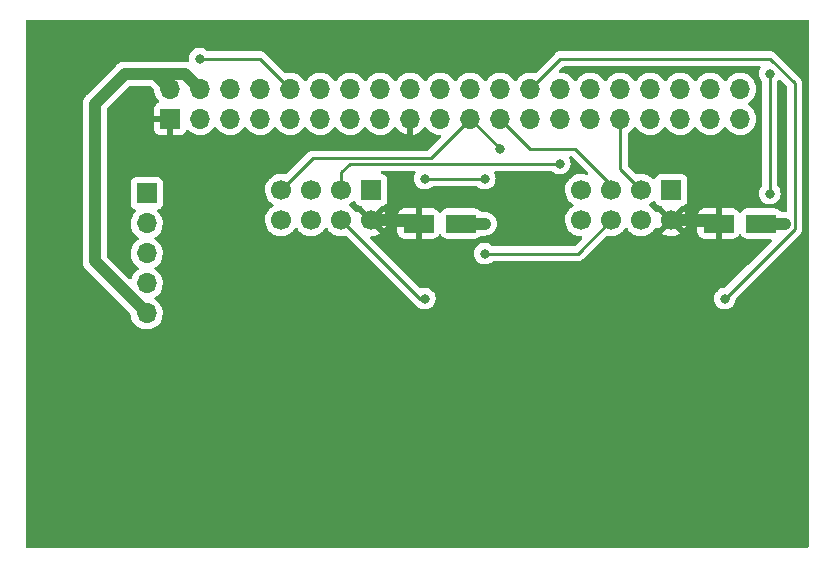
<source format=gbr>
%TF.GenerationSoftware,KiCad,Pcbnew,6.0.8-f2edbf62ab~116~ubuntu20.04.1*%
%TF.CreationDate,2022-11-10T01:37:22-08:00*%
%TF.ProjectId,parthiv_pcb,70617274-6869-4765-9f70-63622e6b6963,rev?*%
%TF.SameCoordinates,Original*%
%TF.FileFunction,Copper,L1,Top*%
%TF.FilePolarity,Positive*%
%FSLAX46Y46*%
G04 Gerber Fmt 4.6, Leading zero omitted, Abs format (unit mm)*
G04 Created by KiCad (PCBNEW 6.0.8-f2edbf62ab~116~ubuntu20.04.1) date 2022-11-10 01:37:22*
%MOMM*%
%LPD*%
G01*
G04 APERTURE LIST*
G04 Aperture macros list*
%AMRoundRect*
0 Rectangle with rounded corners*
0 $1 Rounding radius*
0 $2 $3 $4 $5 $6 $7 $8 $9 X,Y pos of 4 corners*
0 Add a 4 corners polygon primitive as box body*
4,1,4,$2,$3,$4,$5,$6,$7,$8,$9,$2,$3,0*
0 Add four circle primitives for the rounded corners*
1,1,$1+$1,$2,$3*
1,1,$1+$1,$4,$5*
1,1,$1+$1,$6,$7*
1,1,$1+$1,$8,$9*
0 Add four rect primitives between the rounded corners*
20,1,$1+$1,$2,$3,$4,$5,0*
20,1,$1+$1,$4,$5,$6,$7,0*
20,1,$1+$1,$6,$7,$8,$9,0*
20,1,$1+$1,$8,$9,$2,$3,0*%
G04 Aperture macros list end*
%TA.AperFunction,ComponentPad*%
%ADD10R,1.700000X1.700000*%
%TD*%
%TA.AperFunction,ComponentPad*%
%ADD11C,1.700000*%
%TD*%
%TA.AperFunction,SMDPad,CuDef*%
%ADD12RoundRect,0.250000X-1.050000X-0.550000X1.050000X-0.550000X1.050000X0.550000X-1.050000X0.550000X0*%
%TD*%
%TA.AperFunction,ComponentPad*%
%ADD13O,1.700000X1.700000*%
%TD*%
%TA.AperFunction,ViaPad*%
%ADD14C,0.800000*%
%TD*%
%TA.AperFunction,Conductor*%
%ADD15C,0.250000*%
%TD*%
%TA.AperFunction,Conductor*%
%ADD16C,1.000000*%
%TD*%
G04 APERTURE END LIST*
D10*
%TO.P,U1,1,GND*%
%TO.N,GND*%
X119925000Y-75900000D03*
D11*
%TO.P,U1,2,VCC*%
%TO.N,+3V3*%
X119925000Y-78440000D03*
%TO.P,U1,3,CE*%
%TO.N,Net-(J2-Pad29)*%
X117385000Y-75900000D03*
%TO.P,U1,4,~{CSN}*%
%TO.N,Net-(J2-Pad26)*%
X117385000Y-78440000D03*
%TO.P,U1,5,SCK*%
%TO.N,Net-(J2-Pad23)*%
X114845000Y-75900000D03*
%TO.P,U1,6,MOSI*%
%TO.N,Net-(J2-Pad19)*%
X114845000Y-78440000D03*
%TO.P,U1,7,MISO*%
%TO.N,Net-(J2-Pad21)*%
X112305000Y-75900000D03*
%TO.P,U1,8,IRQ*%
%TO.N,unconnected-(U1-Pad8)*%
X112305000Y-78440000D03*
%TD*%
D12*
%TO.P,C1,1*%
%TO.N,+3V3*%
X123930000Y-78740000D03*
%TO.P,C1,2*%
%TO.N,GND*%
X127530000Y-78740000D03*
%TD*%
%TO.P,C2,1*%
%TO.N,+3V3*%
X149330000Y-78740000D03*
%TO.P,C2,2*%
%TO.N,GND*%
X152930000Y-78740000D03*
%TD*%
D10*
%TO.P,U2,1,GND*%
%TO.N,GND*%
X145325000Y-75900000D03*
D11*
%TO.P,U2,2,VCC*%
%TO.N,+3V3*%
X145325000Y-78440000D03*
%TO.P,U2,3,CE*%
%TO.N,Net-(J2-Pad31)*%
X142785000Y-75900000D03*
%TO.P,U2,4,~{CSN}*%
%TO.N,Net-(J2-Pad24)*%
X142785000Y-78440000D03*
%TO.P,U2,5,SCK*%
%TO.N,Net-(J2-Pad23)*%
X140245000Y-75900000D03*
%TO.P,U2,6,MOSI*%
%TO.N,Net-(J2-Pad19)*%
X140245000Y-78440000D03*
%TO.P,U2,7,MISO*%
%TO.N,Net-(J2-Pad21)*%
X137705000Y-75900000D03*
%TO.P,U2,8,IRQ*%
%TO.N,unconnected-(U2-Pad8)*%
X137705000Y-78440000D03*
%TD*%
D10*
%TO.P,J1,1,3V3*%
%TO.N,unconnected-(J1-Pad1)*%
X100920000Y-76180000D03*
D13*
%TO.P,J1,2,TX*%
%TO.N,Net-(J1-Pad2)*%
X100920000Y-78720000D03*
%TO.P,J1,3,RX*%
%TO.N,Net-(J1-Pad3)*%
X100920000Y-81260000D03*
%TO.P,J1,4,GND*%
%TO.N,GND*%
X100920000Y-83800000D03*
%TO.P,J1,5,5V*%
%TO.N,+5V*%
X100920000Y-86340000D03*
%TD*%
D10*
%TO.P,J2,1,3V3*%
%TO.N,+3V3*%
X102900000Y-69870000D03*
D13*
%TO.P,J2,2,5V*%
%TO.N,+5V*%
X102900000Y-67330000D03*
%TO.P,J2,3,SDA/GPIO2*%
%TO.N,unconnected-(J2-Pad3)*%
X105440000Y-69870000D03*
%TO.P,J2,4,5V*%
%TO.N,+5V*%
X105440000Y-67330000D03*
%TO.P,J2,5,SCL/GPIO3*%
%TO.N,unconnected-(J2-Pad5)*%
X107980000Y-69870000D03*
%TO.P,J2,6,GND*%
%TO.N,GND*%
X107980000Y-67330000D03*
%TO.P,J2,7,GCLK0/GPIO4*%
%TO.N,unconnected-(J2-Pad7)*%
X110520000Y-69870000D03*
%TO.P,J2,8,GPIO14/TXD*%
%TO.N,Net-(J1-Pad3)*%
X110520000Y-67330000D03*
%TO.P,J2,9,GND*%
%TO.N,GND*%
X113060000Y-69870000D03*
%TO.P,J2,10,GPIO15/RXD*%
%TO.N,Net-(J1-Pad2)*%
X113060000Y-67330000D03*
%TO.P,J2,11,GPIO17*%
%TO.N,unconnected-(J2-Pad11)*%
X115600000Y-69870000D03*
%TO.P,J2,12,GPIO18/PWM0*%
%TO.N,unconnected-(J2-Pad12)*%
X115600000Y-67330000D03*
%TO.P,J2,13,GPIO27*%
%TO.N,unconnected-(J2-Pad13)*%
X118140000Y-69870000D03*
%TO.P,J2,14,GND*%
%TO.N,GND*%
X118140000Y-67330000D03*
%TO.P,J2,15,GPIO22*%
%TO.N,unconnected-(J2-Pad15)*%
X120680000Y-69870000D03*
%TO.P,J2,16,GPIO23*%
%TO.N,unconnected-(J2-Pad16)*%
X120680000Y-67330000D03*
%TO.P,J2,17,3V3*%
%TO.N,+3V3*%
X123220000Y-69870000D03*
%TO.P,J2,18,GPIO24*%
%TO.N,unconnected-(J2-Pad18)*%
X123220000Y-67330000D03*
%TO.P,J2,19,MOSI0/GPIO10*%
%TO.N,Net-(J2-Pad19)*%
X125760000Y-69870000D03*
%TO.P,J2,20,GND*%
%TO.N,GND*%
X125760000Y-67330000D03*
%TO.P,J2,21,MISO0/GPIO9*%
%TO.N,Net-(J2-Pad21)*%
X128300000Y-69870000D03*
%TO.P,J2,22,GPIO25*%
%TO.N,unconnected-(J2-Pad22)*%
X128300000Y-67330000D03*
%TO.P,J2,23,SCLK0/GPIO11*%
%TO.N,Net-(J2-Pad23)*%
X130840000Y-69870000D03*
%TO.P,J2,24,~{CE0}/GPIO8*%
%TO.N,Net-(J2-Pad24)*%
X130840000Y-67330000D03*
%TO.P,J2,25,GND*%
%TO.N,GND*%
X133380000Y-69870000D03*
%TO.P,J2,26,~{CE1}/GPIO7*%
%TO.N,Net-(J2-Pad26)*%
X133380000Y-67330000D03*
%TO.P,J2,27,ID_SD/GPIO0*%
%TO.N,unconnected-(J2-Pad27)*%
X135920000Y-69870000D03*
%TO.P,J2,28,ID_SC/GPIO1*%
%TO.N,unconnected-(J2-Pad28)*%
X135920000Y-67330000D03*
%TO.P,J2,29,GCLK1/GPIO5*%
%TO.N,Net-(J2-Pad29)*%
X138460000Y-69870000D03*
%TO.P,J2,30,GND*%
%TO.N,GND*%
X138460000Y-67330000D03*
%TO.P,J2,31,GCLK2/GPIO6*%
%TO.N,Net-(J2-Pad31)*%
X141000000Y-69870000D03*
%TO.P,J2,32,PWM0/GPIO12*%
%TO.N,unconnected-(J2-Pad32)*%
X141000000Y-67330000D03*
%TO.P,J2,33,PWM1/GPIO13*%
%TO.N,unconnected-(J2-Pad33)*%
X143540000Y-69870000D03*
%TO.P,J2,34,GND*%
%TO.N,GND*%
X143540000Y-67330000D03*
%TO.P,J2,35,GPIO19/MISO1*%
%TO.N,unconnected-(J2-Pad35)*%
X146080000Y-69870000D03*
%TO.P,J2,36,GPIO16*%
%TO.N,unconnected-(J2-Pad36)*%
X146080000Y-67330000D03*
%TO.P,J2,37,GPIO26*%
%TO.N,unconnected-(J2-Pad37)*%
X148620000Y-69870000D03*
%TO.P,J2,38,GPIO20/MOSI1*%
%TO.N,unconnected-(J2-Pad38)*%
X148620000Y-67330000D03*
%TO.P,J2,39,GND*%
%TO.N,GND*%
X151160000Y-69870000D03*
%TO.P,J2,40,GPIO21/SCLK1*%
%TO.N,unconnected-(J2-Pad40)*%
X151160000Y-67330000D03*
%TD*%
D14*
%TO.N,Net-(J2-Pad26)*%
X149860000Y-85090000D03*
X124460000Y-85090000D03*
%TO.N,Net-(J2-Pad24)*%
X153670000Y-66040000D03*
X153670000Y-76200000D03*
%TO.N,Net-(J2-Pad23)*%
X129540000Y-74930000D03*
X124460000Y-74930000D03*
%TO.N,Net-(J2-Pad19)*%
X129540000Y-81280000D03*
%TO.N,Net-(J2-Pad21)*%
X130810000Y-72390000D03*
%TO.N,Net-(J2-Pad29)*%
X135890000Y-73660000D03*
%TO.N,GND*%
X154940000Y-78740000D03*
X129540000Y-78740000D03*
%TO.N,Net-(J1-Pad2)*%
X105410000Y-64770000D03*
%TD*%
D15*
%TO.N,Net-(J2-Pad23)*%
X124460000Y-74930000D02*
X129540000Y-74930000D01*
%TO.N,Net-(J2-Pad26)*%
X124035000Y-85090000D02*
X124460000Y-85090000D01*
X117385000Y-78440000D02*
X124035000Y-85090000D01*
X133380000Y-67330000D02*
X135940000Y-64770000D01*
X135940000Y-64770000D02*
X153670000Y-64770000D01*
X153670000Y-64770000D02*
X155765000Y-66865000D01*
X155765000Y-66865000D02*
X155765000Y-79185000D01*
X155765000Y-79185000D02*
X149860000Y-85090000D01*
%TO.N,Net-(J2-Pad24)*%
X153670000Y-76200000D02*
X153670000Y-66040000D01*
%TO.N,Net-(J2-Pad19)*%
X129540000Y-81280000D02*
X137405000Y-81280000D01*
X137405000Y-81280000D02*
X140245000Y-78440000D01*
%TO.N,Net-(J2-Pad21)*%
X128300000Y-69870000D02*
X124960000Y-73210000D01*
X124960000Y-73210000D02*
X114995000Y-73210000D01*
X114995000Y-73210000D02*
X112305000Y-75900000D01*
X130810000Y-72390000D02*
X130810000Y-72380000D01*
X130810000Y-72380000D02*
X128300000Y-69870000D01*
%TO.N,Net-(J2-Pad23)*%
X130840000Y-69870000D02*
X133360000Y-72390000D01*
X133360000Y-72390000D02*
X137160000Y-72390000D01*
X137160000Y-72390000D02*
X140245000Y-75475000D01*
X140245000Y-75475000D02*
X140245000Y-75900000D01*
%TO.N,Net-(J2-Pad29)*%
X118110000Y-73660000D02*
X135890000Y-73660000D01*
X117385000Y-75900000D02*
X117385000Y-74385000D01*
X117385000Y-74385000D02*
X118110000Y-73660000D01*
%TO.N,Net-(J2-Pad31)*%
X141000000Y-69870000D02*
X141000000Y-74115000D01*
X141000000Y-74115000D02*
X142785000Y-75900000D01*
D16*
%TO.N,GND*%
X152930000Y-78740000D02*
X154940000Y-78740000D01*
%TO.N,+3V3*%
X119925000Y-78440000D02*
X123630000Y-78440000D01*
X123630000Y-78440000D02*
X123930000Y-78740000D01*
%TO.N,GND*%
X127530000Y-78740000D02*
X129540000Y-78740000D01*
%TO.N,+3V3*%
X145325000Y-78440000D02*
X149030000Y-78440000D01*
X149030000Y-78440000D02*
X149330000Y-78740000D01*
D15*
%TO.N,Net-(J1-Pad2)*%
X105410000Y-64770000D02*
X110500000Y-64770000D01*
X110500000Y-64770000D02*
X113060000Y-67330000D01*
D16*
%TO.N,+5V*%
X99060000Y-66040000D02*
X101600000Y-66040000D01*
X104150000Y-66040000D02*
X105440000Y-67330000D01*
X100920000Y-86340000D02*
X96520000Y-81940000D01*
X101610000Y-66040000D02*
X102900000Y-67330000D01*
X96520000Y-68580000D02*
X99060000Y-66040000D01*
X101600000Y-66040000D02*
X104150000Y-66040000D01*
X96520000Y-81940000D02*
X96520000Y-68580000D01*
X101600000Y-66040000D02*
X101610000Y-66040000D01*
%TD*%
%TA.AperFunction,Conductor*%
%TO.N,+3V3*%
G36*
X156913621Y-61488502D02*
G01*
X156960114Y-61542158D01*
X156971500Y-61594500D01*
X156971500Y-106045500D01*
X156951498Y-106113621D01*
X156897842Y-106160114D01*
X156845500Y-106171500D01*
X90804500Y-106171500D01*
X90736379Y-106151498D01*
X90689886Y-106097842D01*
X90678500Y-106045500D01*
X90678500Y-68576462D01*
X95506626Y-68576462D01*
X95508118Y-68592245D01*
X95510941Y-68622109D01*
X95511500Y-68633967D01*
X95511500Y-81878157D01*
X95510763Y-81891764D01*
X95507919Y-81917949D01*
X95506676Y-81929388D01*
X95507213Y-81935523D01*
X95511050Y-81979388D01*
X95511379Y-81984214D01*
X95511500Y-81986686D01*
X95511500Y-81989769D01*
X95511801Y-81992837D01*
X95515690Y-82032506D01*
X95515812Y-82033819D01*
X95519310Y-82073803D01*
X95523913Y-82126413D01*
X95525400Y-82131532D01*
X95525920Y-82136833D01*
X95552791Y-82225834D01*
X95553126Y-82226967D01*
X95575557Y-82304171D01*
X95579091Y-82316336D01*
X95581544Y-82321068D01*
X95583084Y-82326169D01*
X95585978Y-82331612D01*
X95626731Y-82408260D01*
X95627343Y-82409426D01*
X95659320Y-82471114D01*
X95670108Y-82491926D01*
X95673431Y-82496089D01*
X95675934Y-82500796D01*
X95679828Y-82505570D01*
X95679829Y-82505572D01*
X95734698Y-82572847D01*
X95735527Y-82573875D01*
X95764535Y-82610214D01*
X95764540Y-82610220D01*
X95766738Y-82612973D01*
X95769241Y-82615476D01*
X95769884Y-82616195D01*
X95773585Y-82620528D01*
X95800935Y-82654062D01*
X95805682Y-82657989D01*
X95805684Y-82657991D01*
X95836262Y-82683287D01*
X95845042Y-82691277D01*
X97701914Y-84548148D01*
X99529239Y-86375473D01*
X99563265Y-86437785D01*
X99565935Y-86457314D01*
X99570110Y-86529715D01*
X99571247Y-86534761D01*
X99571248Y-86534767D01*
X99591119Y-86622939D01*
X99619222Y-86747639D01*
X99703266Y-86954616D01*
X99819987Y-87145088D01*
X99966250Y-87313938D01*
X100138126Y-87456632D01*
X100331000Y-87569338D01*
X100539692Y-87649030D01*
X100544760Y-87650061D01*
X100544763Y-87650062D01*
X100652017Y-87671883D01*
X100758597Y-87693567D01*
X100763772Y-87693757D01*
X100763774Y-87693757D01*
X100976673Y-87701564D01*
X100976677Y-87701564D01*
X100981837Y-87701753D01*
X100986957Y-87701097D01*
X100986959Y-87701097D01*
X101198288Y-87674025D01*
X101198289Y-87674025D01*
X101203416Y-87673368D01*
X101208366Y-87671883D01*
X101412429Y-87610661D01*
X101412434Y-87610659D01*
X101417384Y-87609174D01*
X101617994Y-87510896D01*
X101799860Y-87381173D01*
X101958096Y-87223489D01*
X102017594Y-87140689D01*
X102085435Y-87046277D01*
X102088453Y-87042077D01*
X102187430Y-86841811D01*
X102252370Y-86628069D01*
X102281529Y-86406590D01*
X102283156Y-86340000D01*
X102264852Y-86117361D01*
X102210431Y-85900702D01*
X102121354Y-85695840D01*
X102063613Y-85606586D01*
X102002822Y-85512617D01*
X102002820Y-85512614D01*
X102000014Y-85508277D01*
X101849670Y-85343051D01*
X101845619Y-85339852D01*
X101845615Y-85339848D01*
X101678414Y-85207800D01*
X101678410Y-85207798D01*
X101674359Y-85204598D01*
X101633053Y-85181796D01*
X101583084Y-85131364D01*
X101568312Y-85061921D01*
X101593428Y-84995516D01*
X101620780Y-84968909D01*
X101717286Y-84900072D01*
X101799860Y-84841173D01*
X101958096Y-84683489D01*
X102088453Y-84502077D01*
X102130973Y-84416045D01*
X102185136Y-84306453D01*
X102185137Y-84306451D01*
X102187430Y-84301811D01*
X102252370Y-84088069D01*
X102281529Y-83866590D01*
X102283156Y-83800000D01*
X102264852Y-83577361D01*
X102210431Y-83360702D01*
X102121354Y-83155840D01*
X102000014Y-82968277D01*
X101849670Y-82803051D01*
X101845619Y-82799852D01*
X101845615Y-82799848D01*
X101678414Y-82667800D01*
X101678410Y-82667798D01*
X101674359Y-82664598D01*
X101633053Y-82641796D01*
X101583084Y-82591364D01*
X101568312Y-82521921D01*
X101593428Y-82455516D01*
X101620780Y-82428909D01*
X101664603Y-82397650D01*
X101799860Y-82301173D01*
X101958096Y-82143489D01*
X101966256Y-82132134D01*
X102085435Y-81966277D01*
X102088453Y-81962077D01*
X102107637Y-81923262D01*
X102185136Y-81766453D01*
X102185137Y-81766451D01*
X102187430Y-81761811D01*
X102252370Y-81548069D01*
X102281529Y-81326590D01*
X102282507Y-81286565D01*
X102283074Y-81263365D01*
X102283074Y-81263361D01*
X102283156Y-81260000D01*
X102264852Y-81037361D01*
X102210431Y-80820702D01*
X102121354Y-80615840D01*
X102000014Y-80428277D01*
X101849670Y-80263051D01*
X101845619Y-80259852D01*
X101845615Y-80259848D01*
X101678414Y-80127800D01*
X101678410Y-80127798D01*
X101674359Y-80124598D01*
X101633053Y-80101796D01*
X101583084Y-80051364D01*
X101568312Y-79981921D01*
X101593428Y-79915516D01*
X101620780Y-79888909D01*
X101664603Y-79857650D01*
X101799860Y-79761173D01*
X101803718Y-79757329D01*
X101948378Y-79613173D01*
X101958096Y-79603489D01*
X102017594Y-79520689D01*
X102085435Y-79426277D01*
X102088453Y-79422077D01*
X102094407Y-79410031D01*
X102185136Y-79226453D01*
X102185137Y-79226451D01*
X102187430Y-79221811D01*
X102252370Y-79008069D01*
X102281529Y-78786590D01*
X102282345Y-78753204D01*
X102283074Y-78723365D01*
X102283074Y-78723361D01*
X102283156Y-78720000D01*
X102264852Y-78497361D01*
X102210431Y-78280702D01*
X102121354Y-78075840D01*
X102055663Y-77974297D01*
X102002822Y-77892617D01*
X102002820Y-77892614D01*
X102000014Y-77888277D01*
X101980892Y-77867262D01*
X101852798Y-77726488D01*
X101821746Y-77662642D01*
X101830141Y-77592143D01*
X101875317Y-77537375D01*
X101901761Y-77523706D01*
X102008297Y-77483767D01*
X102016705Y-77480615D01*
X102133261Y-77393261D01*
X102220615Y-77276705D01*
X102271745Y-77140316D01*
X102278500Y-77078134D01*
X102278500Y-75281866D01*
X102271745Y-75219684D01*
X102220615Y-75083295D01*
X102133261Y-74966739D01*
X102016705Y-74879385D01*
X101880316Y-74828255D01*
X101818134Y-74821500D01*
X100021866Y-74821500D01*
X99959684Y-74828255D01*
X99823295Y-74879385D01*
X99706739Y-74966739D01*
X99619385Y-75083295D01*
X99568255Y-75219684D01*
X99561500Y-75281866D01*
X99561500Y-77078134D01*
X99568255Y-77140316D01*
X99619385Y-77276705D01*
X99706739Y-77393261D01*
X99823295Y-77480615D01*
X99831704Y-77483767D01*
X99831705Y-77483768D01*
X99940451Y-77524535D01*
X99997216Y-77567176D01*
X100021916Y-77633738D01*
X100006709Y-77703087D01*
X99987316Y-77729568D01*
X99860629Y-77862138D01*
X99857715Y-77866410D01*
X99857714Y-77866411D01*
X99790727Y-77964610D01*
X99734743Y-78046680D01*
X99719003Y-78080590D01*
X99657808Y-78212424D01*
X99640688Y-78249305D01*
X99580989Y-78464570D01*
X99557251Y-78686695D01*
X99557548Y-78691848D01*
X99557548Y-78691851D01*
X99563011Y-78786590D01*
X99570110Y-78909715D01*
X99571247Y-78914761D01*
X99571248Y-78914767D01*
X99589105Y-78994000D01*
X99619222Y-79127639D01*
X99666786Y-79244776D01*
X99697044Y-79319292D01*
X99703266Y-79334616D01*
X99819987Y-79525088D01*
X99966250Y-79693938D01*
X100138126Y-79836632D01*
X100206809Y-79876767D01*
X100211445Y-79879476D01*
X100260169Y-79931114D01*
X100273240Y-80000897D01*
X100246509Y-80066669D01*
X100206055Y-80100027D01*
X100193607Y-80106507D01*
X100189474Y-80109610D01*
X100189471Y-80109612D01*
X100165247Y-80127800D01*
X100014965Y-80240635D01*
X99860629Y-80402138D01*
X99734743Y-80586680D01*
X99640688Y-80789305D01*
X99580989Y-81004570D01*
X99557251Y-81226695D01*
X99557548Y-81231848D01*
X99557548Y-81231851D01*
X99563011Y-81326590D01*
X99570110Y-81449715D01*
X99571247Y-81454761D01*
X99571248Y-81454767D01*
X99586460Y-81522266D01*
X99619222Y-81667639D01*
X99655662Y-81757380D01*
X99700673Y-81868229D01*
X99703266Y-81874616D01*
X99733076Y-81923262D01*
X99770428Y-81984214D01*
X99819987Y-82065088D01*
X99966250Y-82233938D01*
X100138126Y-82376632D01*
X100208595Y-82417811D01*
X100211445Y-82419476D01*
X100260169Y-82471114D01*
X100273240Y-82540897D01*
X100246509Y-82606669D01*
X100206055Y-82640027D01*
X100193607Y-82646507D01*
X100189474Y-82649610D01*
X100189471Y-82649612D01*
X100019100Y-82777530D01*
X100014965Y-82780635D01*
X99860629Y-82942138D01*
X99734743Y-83126680D01*
X99640688Y-83329305D01*
X99632174Y-83360006D01*
X99594695Y-83420303D01*
X99530566Y-83450766D01*
X99460148Y-83441722D01*
X99421662Y-83415428D01*
X97565405Y-81559171D01*
X97531379Y-81496859D01*
X97528500Y-81470076D01*
X97528500Y-70764669D01*
X101542001Y-70764669D01*
X101542371Y-70771490D01*
X101547895Y-70822352D01*
X101551521Y-70837604D01*
X101596676Y-70958054D01*
X101605214Y-70973649D01*
X101681715Y-71075724D01*
X101694276Y-71088285D01*
X101796351Y-71164786D01*
X101811946Y-71173324D01*
X101932394Y-71218478D01*
X101947649Y-71222105D01*
X101998514Y-71227631D01*
X102005328Y-71228000D01*
X102627885Y-71228000D01*
X102643124Y-71223525D01*
X102644329Y-71222135D01*
X102646000Y-71214452D01*
X102646000Y-70142115D01*
X102641525Y-70126876D01*
X102640135Y-70125671D01*
X102632452Y-70124000D01*
X101560116Y-70124000D01*
X101544877Y-70128475D01*
X101543672Y-70129865D01*
X101542001Y-70137548D01*
X101542001Y-70764669D01*
X97528500Y-70764669D01*
X97528500Y-69049925D01*
X97548502Y-68981804D01*
X97565405Y-68960830D01*
X99440830Y-67085405D01*
X99503142Y-67051379D01*
X99529925Y-67048500D01*
X101140075Y-67048500D01*
X101208196Y-67068502D01*
X101229170Y-67085405D01*
X101509239Y-67365474D01*
X101543265Y-67427786D01*
X101545935Y-67447315D01*
X101550110Y-67519715D01*
X101551247Y-67524761D01*
X101551248Y-67524767D01*
X101571119Y-67612939D01*
X101599222Y-67737639D01*
X101635904Y-67827976D01*
X101679849Y-67936200D01*
X101683266Y-67944616D01*
X101721429Y-68006893D01*
X101797291Y-68130688D01*
X101799987Y-68135088D01*
X101946250Y-68303938D01*
X101950225Y-68307238D01*
X101950231Y-68307244D01*
X101955425Y-68311556D01*
X101995059Y-68370460D01*
X101996555Y-68441441D01*
X101959439Y-68501962D01*
X101919168Y-68526480D01*
X101811946Y-68566676D01*
X101796351Y-68575214D01*
X101694276Y-68651715D01*
X101681715Y-68664276D01*
X101605214Y-68766351D01*
X101596676Y-68781946D01*
X101551522Y-68902394D01*
X101547895Y-68917649D01*
X101542369Y-68968514D01*
X101542000Y-68975328D01*
X101542000Y-69597885D01*
X101546475Y-69613124D01*
X101547865Y-69614329D01*
X101555548Y-69616000D01*
X103028000Y-69616000D01*
X103096121Y-69636002D01*
X103142614Y-69689658D01*
X103154000Y-69742000D01*
X103154000Y-71209884D01*
X103158475Y-71225123D01*
X103159865Y-71226328D01*
X103167548Y-71227999D01*
X103794669Y-71227999D01*
X103801490Y-71227629D01*
X103852352Y-71222105D01*
X103867604Y-71218479D01*
X103988054Y-71173324D01*
X104003649Y-71164786D01*
X104105724Y-71088285D01*
X104118285Y-71075724D01*
X104194786Y-70973649D01*
X104203324Y-70958054D01*
X104244225Y-70848952D01*
X104286867Y-70792188D01*
X104353428Y-70767488D01*
X104422777Y-70782696D01*
X104457444Y-70810684D01*
X104482865Y-70840031D01*
X104482869Y-70840035D01*
X104486250Y-70843938D01*
X104658126Y-70986632D01*
X104851000Y-71099338D01*
X105059692Y-71179030D01*
X105064760Y-71180061D01*
X105064763Y-71180062D01*
X105159862Y-71199410D01*
X105278597Y-71223567D01*
X105283772Y-71223757D01*
X105283774Y-71223757D01*
X105496673Y-71231564D01*
X105496677Y-71231564D01*
X105501837Y-71231753D01*
X105506957Y-71231097D01*
X105506959Y-71231097D01*
X105718288Y-71204025D01*
X105718289Y-71204025D01*
X105723416Y-71203368D01*
X105728369Y-71201882D01*
X105932429Y-71140661D01*
X105932434Y-71140659D01*
X105937384Y-71139174D01*
X106137994Y-71040896D01*
X106319860Y-70911173D01*
X106478096Y-70753489D01*
X106608453Y-70572077D01*
X106609776Y-70573028D01*
X106656645Y-70529857D01*
X106726580Y-70517625D01*
X106792026Y-70545144D01*
X106819875Y-70576994D01*
X106879987Y-70675088D01*
X107026250Y-70843938D01*
X107198126Y-70986632D01*
X107391000Y-71099338D01*
X107599692Y-71179030D01*
X107604760Y-71180061D01*
X107604763Y-71180062D01*
X107699862Y-71199410D01*
X107818597Y-71223567D01*
X107823772Y-71223757D01*
X107823774Y-71223757D01*
X108036673Y-71231564D01*
X108036677Y-71231564D01*
X108041837Y-71231753D01*
X108046957Y-71231097D01*
X108046959Y-71231097D01*
X108258288Y-71204025D01*
X108258289Y-71204025D01*
X108263416Y-71203368D01*
X108268369Y-71201882D01*
X108472429Y-71140661D01*
X108472434Y-71140659D01*
X108477384Y-71139174D01*
X108677994Y-71040896D01*
X108859860Y-70911173D01*
X109018096Y-70753489D01*
X109148453Y-70572077D01*
X109149776Y-70573028D01*
X109196645Y-70529857D01*
X109266580Y-70517625D01*
X109332026Y-70545144D01*
X109359875Y-70576994D01*
X109419987Y-70675088D01*
X109566250Y-70843938D01*
X109738126Y-70986632D01*
X109931000Y-71099338D01*
X110139692Y-71179030D01*
X110144760Y-71180061D01*
X110144763Y-71180062D01*
X110239862Y-71199410D01*
X110358597Y-71223567D01*
X110363772Y-71223757D01*
X110363774Y-71223757D01*
X110576673Y-71231564D01*
X110576677Y-71231564D01*
X110581837Y-71231753D01*
X110586957Y-71231097D01*
X110586959Y-71231097D01*
X110798288Y-71204025D01*
X110798289Y-71204025D01*
X110803416Y-71203368D01*
X110808369Y-71201882D01*
X111012429Y-71140661D01*
X111012434Y-71140659D01*
X111017384Y-71139174D01*
X111217994Y-71040896D01*
X111399860Y-70911173D01*
X111558096Y-70753489D01*
X111688453Y-70572077D01*
X111689776Y-70573028D01*
X111736645Y-70529857D01*
X111806580Y-70517625D01*
X111872026Y-70545144D01*
X111899875Y-70576994D01*
X111959987Y-70675088D01*
X112106250Y-70843938D01*
X112278126Y-70986632D01*
X112471000Y-71099338D01*
X112679692Y-71179030D01*
X112684760Y-71180061D01*
X112684763Y-71180062D01*
X112779862Y-71199410D01*
X112898597Y-71223567D01*
X112903772Y-71223757D01*
X112903774Y-71223757D01*
X113116673Y-71231564D01*
X113116677Y-71231564D01*
X113121837Y-71231753D01*
X113126957Y-71231097D01*
X113126959Y-71231097D01*
X113338288Y-71204025D01*
X113338289Y-71204025D01*
X113343416Y-71203368D01*
X113348369Y-71201882D01*
X113552429Y-71140661D01*
X113552434Y-71140659D01*
X113557384Y-71139174D01*
X113757994Y-71040896D01*
X113939860Y-70911173D01*
X114098096Y-70753489D01*
X114228453Y-70572077D01*
X114229776Y-70573028D01*
X114276645Y-70529857D01*
X114346580Y-70517625D01*
X114412026Y-70545144D01*
X114439875Y-70576994D01*
X114499987Y-70675088D01*
X114646250Y-70843938D01*
X114818126Y-70986632D01*
X115011000Y-71099338D01*
X115219692Y-71179030D01*
X115224760Y-71180061D01*
X115224763Y-71180062D01*
X115319862Y-71199410D01*
X115438597Y-71223567D01*
X115443772Y-71223757D01*
X115443774Y-71223757D01*
X115656673Y-71231564D01*
X115656677Y-71231564D01*
X115661837Y-71231753D01*
X115666957Y-71231097D01*
X115666959Y-71231097D01*
X115878288Y-71204025D01*
X115878289Y-71204025D01*
X115883416Y-71203368D01*
X115888369Y-71201882D01*
X116092429Y-71140661D01*
X116092434Y-71140659D01*
X116097384Y-71139174D01*
X116297994Y-71040896D01*
X116479860Y-70911173D01*
X116638096Y-70753489D01*
X116768453Y-70572077D01*
X116769776Y-70573028D01*
X116816645Y-70529857D01*
X116886580Y-70517625D01*
X116952026Y-70545144D01*
X116979875Y-70576994D01*
X117039987Y-70675088D01*
X117186250Y-70843938D01*
X117358126Y-70986632D01*
X117551000Y-71099338D01*
X117759692Y-71179030D01*
X117764760Y-71180061D01*
X117764763Y-71180062D01*
X117859862Y-71199410D01*
X117978597Y-71223567D01*
X117983772Y-71223757D01*
X117983774Y-71223757D01*
X118196673Y-71231564D01*
X118196677Y-71231564D01*
X118201837Y-71231753D01*
X118206957Y-71231097D01*
X118206959Y-71231097D01*
X118418288Y-71204025D01*
X118418289Y-71204025D01*
X118423416Y-71203368D01*
X118428369Y-71201882D01*
X118632429Y-71140661D01*
X118632434Y-71140659D01*
X118637384Y-71139174D01*
X118837994Y-71040896D01*
X119019860Y-70911173D01*
X119178096Y-70753489D01*
X119308453Y-70572077D01*
X119309776Y-70573028D01*
X119356645Y-70529857D01*
X119426580Y-70517625D01*
X119492026Y-70545144D01*
X119519875Y-70576994D01*
X119579987Y-70675088D01*
X119726250Y-70843938D01*
X119898126Y-70986632D01*
X120091000Y-71099338D01*
X120299692Y-71179030D01*
X120304760Y-71180061D01*
X120304763Y-71180062D01*
X120399862Y-71199410D01*
X120518597Y-71223567D01*
X120523772Y-71223757D01*
X120523774Y-71223757D01*
X120736673Y-71231564D01*
X120736677Y-71231564D01*
X120741837Y-71231753D01*
X120746957Y-71231097D01*
X120746959Y-71231097D01*
X120958288Y-71204025D01*
X120958289Y-71204025D01*
X120963416Y-71203368D01*
X120968369Y-71201882D01*
X121172429Y-71140661D01*
X121172434Y-71140659D01*
X121177384Y-71139174D01*
X121377994Y-71040896D01*
X121559860Y-70911173D01*
X121718096Y-70753489D01*
X121848453Y-70572077D01*
X121849640Y-70572930D01*
X121896960Y-70529362D01*
X121966897Y-70517145D01*
X122032338Y-70544678D01*
X122060166Y-70576511D01*
X122117694Y-70670388D01*
X122123777Y-70678699D01*
X122263213Y-70839667D01*
X122270580Y-70846883D01*
X122434434Y-70982916D01*
X122442881Y-70988831D01*
X122626756Y-71096279D01*
X122636042Y-71100729D01*
X122835001Y-71176703D01*
X122844899Y-71179579D01*
X122948250Y-71200606D01*
X122962299Y-71199410D01*
X122966000Y-71189065D01*
X122966000Y-69742000D01*
X122986002Y-69673879D01*
X123039658Y-69627386D01*
X123092000Y-69616000D01*
X123348000Y-69616000D01*
X123416121Y-69636002D01*
X123462614Y-69689658D01*
X123474000Y-69742000D01*
X123474000Y-71188517D01*
X123478064Y-71202359D01*
X123491478Y-71204393D01*
X123498184Y-71203534D01*
X123508262Y-71201392D01*
X123712255Y-71140191D01*
X123721842Y-71136433D01*
X123913095Y-71042739D01*
X123921945Y-71037464D01*
X124095328Y-70913792D01*
X124103200Y-70907139D01*
X124254052Y-70756812D01*
X124260730Y-70748965D01*
X124388022Y-70571819D01*
X124389279Y-70572722D01*
X124436373Y-70529362D01*
X124506311Y-70517145D01*
X124571751Y-70544678D01*
X124599579Y-70576511D01*
X124659987Y-70675088D01*
X124806250Y-70843938D01*
X124978126Y-70986632D01*
X125171000Y-71099338D01*
X125379692Y-71179030D01*
X125384760Y-71180061D01*
X125384763Y-71180062D01*
X125479862Y-71199410D01*
X125598597Y-71223567D01*
X125603771Y-71223757D01*
X125603773Y-71223757D01*
X125671293Y-71226233D01*
X125745649Y-71228959D01*
X125812990Y-71251443D01*
X125857486Y-71306767D01*
X125865008Y-71377364D01*
X125830126Y-71443969D01*
X124734500Y-72539595D01*
X124672188Y-72573621D01*
X124645405Y-72576500D01*
X115073763Y-72576500D01*
X115062579Y-72575973D01*
X115055091Y-72574299D01*
X115047168Y-72574548D01*
X114987033Y-72576438D01*
X114983075Y-72576500D01*
X114955144Y-72576500D01*
X114951229Y-72576995D01*
X114951225Y-72576995D01*
X114951167Y-72577003D01*
X114951138Y-72577006D01*
X114939296Y-72577939D01*
X114895110Y-72579327D01*
X114877744Y-72584372D01*
X114875658Y-72584978D01*
X114856306Y-72588986D01*
X114844068Y-72590532D01*
X114844066Y-72590533D01*
X114836203Y-72591526D01*
X114795086Y-72607806D01*
X114783885Y-72611641D01*
X114741406Y-72623982D01*
X114734587Y-72628015D01*
X114734582Y-72628017D01*
X114723971Y-72634293D01*
X114706221Y-72642990D01*
X114687383Y-72650448D01*
X114680967Y-72655109D01*
X114680966Y-72655110D01*
X114651625Y-72676428D01*
X114641701Y-72682947D01*
X114610460Y-72701422D01*
X114610455Y-72701426D01*
X114603637Y-72705458D01*
X114589313Y-72719782D01*
X114574281Y-72732621D01*
X114557893Y-72744528D01*
X114539072Y-72767279D01*
X114529712Y-72778593D01*
X114521722Y-72787373D01*
X112762345Y-74546750D01*
X112700033Y-74580776D01*
X112651154Y-74581702D01*
X112438373Y-74543800D01*
X112438367Y-74543799D01*
X112433284Y-74542894D01*
X112356753Y-74541959D01*
X112215081Y-74540228D01*
X112215079Y-74540228D01*
X112209911Y-74540165D01*
X111989091Y-74573955D01*
X111776756Y-74643357D01*
X111746443Y-74659137D01*
X111590969Y-74740072D01*
X111578607Y-74746507D01*
X111574474Y-74749610D01*
X111574471Y-74749612D01*
X111404100Y-74877530D01*
X111399965Y-74880635D01*
X111360525Y-74921907D01*
X111306280Y-74978671D01*
X111245629Y-75042138D01*
X111242720Y-75046403D01*
X111242714Y-75046411D01*
X111211818Y-75091703D01*
X111119743Y-75226680D01*
X111025688Y-75429305D01*
X110965989Y-75644570D01*
X110942251Y-75866695D01*
X110955110Y-76089715D01*
X110956247Y-76094761D01*
X110956248Y-76094767D01*
X110978485Y-76193435D01*
X111004222Y-76307639D01*
X111088266Y-76514616D01*
X111125685Y-76575678D01*
X111202291Y-76700688D01*
X111204987Y-76705088D01*
X111351250Y-76873938D01*
X111523126Y-77016632D01*
X111593595Y-77057811D01*
X111596445Y-77059476D01*
X111645169Y-77111114D01*
X111658240Y-77180897D01*
X111631509Y-77246669D01*
X111591055Y-77280027D01*
X111578607Y-77286507D01*
X111574474Y-77289610D01*
X111574471Y-77289612D01*
X111404100Y-77417530D01*
X111399965Y-77420635D01*
X111396393Y-77424373D01*
X111288406Y-77537375D01*
X111245629Y-77582138D01*
X111242720Y-77586403D01*
X111242714Y-77586411D01*
X111241857Y-77587668D01*
X111119743Y-77766680D01*
X111103899Y-77800814D01*
X111054232Y-77907813D01*
X111025688Y-77969305D01*
X110965989Y-78184570D01*
X110942251Y-78406695D01*
X110942548Y-78411848D01*
X110942548Y-78411851D01*
X110947776Y-78502522D01*
X110955110Y-78629715D01*
X110956247Y-78634761D01*
X110956248Y-78634767D01*
X110976215Y-78723365D01*
X111004222Y-78847639D01*
X111088266Y-79054616D01*
X111129924Y-79122596D01*
X111202291Y-79240688D01*
X111204987Y-79245088D01*
X111351250Y-79413938D01*
X111523126Y-79556632D01*
X111716000Y-79669338D01*
X111720825Y-79671180D01*
X111720826Y-79671181D01*
X111745657Y-79680663D01*
X111924692Y-79749030D01*
X111929760Y-79750061D01*
X111929763Y-79750062D01*
X112018772Y-79768171D01*
X112143597Y-79793567D01*
X112148772Y-79793757D01*
X112148774Y-79793757D01*
X112361673Y-79801564D01*
X112361677Y-79801564D01*
X112366837Y-79801753D01*
X112371957Y-79801097D01*
X112371959Y-79801097D01*
X112583288Y-79774025D01*
X112583289Y-79774025D01*
X112588416Y-79773368D01*
X112593369Y-79771882D01*
X112797429Y-79710661D01*
X112797434Y-79710659D01*
X112802384Y-79709174D01*
X113002994Y-79610896D01*
X113184860Y-79481173D01*
X113207046Y-79459065D01*
X113303301Y-79363145D01*
X113343096Y-79323489D01*
X113354330Y-79307856D01*
X113473453Y-79142077D01*
X113474776Y-79143028D01*
X113521645Y-79099857D01*
X113591580Y-79087625D01*
X113657026Y-79115144D01*
X113684875Y-79146994D01*
X113744987Y-79245088D01*
X113891250Y-79413938D01*
X114063126Y-79556632D01*
X114256000Y-79669338D01*
X114260825Y-79671180D01*
X114260826Y-79671181D01*
X114285657Y-79680663D01*
X114464692Y-79749030D01*
X114469760Y-79750061D01*
X114469763Y-79750062D01*
X114558772Y-79768171D01*
X114683597Y-79793567D01*
X114688772Y-79793757D01*
X114688774Y-79793757D01*
X114901673Y-79801564D01*
X114901677Y-79801564D01*
X114906837Y-79801753D01*
X114911957Y-79801097D01*
X114911959Y-79801097D01*
X115123288Y-79774025D01*
X115123289Y-79774025D01*
X115128416Y-79773368D01*
X115133369Y-79771882D01*
X115337429Y-79710661D01*
X115337434Y-79710659D01*
X115342384Y-79709174D01*
X115542994Y-79610896D01*
X115724860Y-79481173D01*
X115747046Y-79459065D01*
X115843301Y-79363145D01*
X115883096Y-79323489D01*
X115894330Y-79307856D01*
X116013453Y-79142077D01*
X116014776Y-79143028D01*
X116061645Y-79099857D01*
X116131580Y-79087625D01*
X116197026Y-79115144D01*
X116224875Y-79146994D01*
X116284987Y-79245088D01*
X116431250Y-79413938D01*
X116603126Y-79556632D01*
X116796000Y-79669338D01*
X116800825Y-79671180D01*
X116800826Y-79671181D01*
X116825657Y-79680663D01*
X117004692Y-79749030D01*
X117009760Y-79750061D01*
X117009763Y-79750062D01*
X117098772Y-79768171D01*
X117223597Y-79793567D01*
X117228772Y-79793757D01*
X117228774Y-79793757D01*
X117441673Y-79801564D01*
X117441677Y-79801564D01*
X117446837Y-79801753D01*
X117451957Y-79801097D01*
X117451959Y-79801097D01*
X117663288Y-79774025D01*
X117663289Y-79774025D01*
X117668416Y-79773368D01*
X117673367Y-79771883D01*
X117673370Y-79771882D01*
X117714829Y-79759444D01*
X117785825Y-79759028D01*
X117840131Y-79791035D01*
X123531343Y-85482247D01*
X123538887Y-85490537D01*
X123543000Y-85497018D01*
X123548777Y-85502443D01*
X123592667Y-85543658D01*
X123595509Y-85546413D01*
X123615230Y-85566134D01*
X123618425Y-85568612D01*
X123627447Y-85576318D01*
X123659679Y-85606586D01*
X123666628Y-85610406D01*
X123677432Y-85616346D01*
X123693956Y-85627199D01*
X123709959Y-85639613D01*
X123721458Y-85644589D01*
X123765052Y-85675913D01*
X123848747Y-85768866D01*
X124003248Y-85881118D01*
X124009276Y-85883802D01*
X124009278Y-85883803D01*
X124058505Y-85905720D01*
X124177712Y-85958794D01*
X124271112Y-85978647D01*
X124358056Y-85997128D01*
X124358061Y-85997128D01*
X124364513Y-85998500D01*
X124555487Y-85998500D01*
X124561939Y-85997128D01*
X124561944Y-85997128D01*
X124648888Y-85978647D01*
X124742288Y-85958794D01*
X124861495Y-85905720D01*
X124910722Y-85883803D01*
X124910724Y-85883802D01*
X124916752Y-85881118D01*
X125071253Y-85768866D01*
X125140921Y-85691492D01*
X125194621Y-85631852D01*
X125194622Y-85631851D01*
X125199040Y-85626944D01*
X125274053Y-85497018D01*
X125291223Y-85467279D01*
X125291224Y-85467278D01*
X125294527Y-85461556D01*
X125353542Y-85279928D01*
X125361460Y-85204598D01*
X125372814Y-85096565D01*
X125373504Y-85090000D01*
X125368121Y-85038782D01*
X125354232Y-84906635D01*
X125354232Y-84906633D01*
X125353542Y-84900072D01*
X125294527Y-84718444D01*
X125199040Y-84553056D01*
X125153139Y-84502077D01*
X125075675Y-84416045D01*
X125075674Y-84416044D01*
X125071253Y-84411134D01*
X124916752Y-84298882D01*
X124910724Y-84296198D01*
X124910722Y-84296197D01*
X124748319Y-84223891D01*
X124748318Y-84223891D01*
X124742288Y-84221206D01*
X124646907Y-84200932D01*
X124561944Y-84182872D01*
X124561939Y-84182872D01*
X124555487Y-84181500D01*
X124364513Y-84181500D01*
X124358061Y-84182872D01*
X124358056Y-84182872D01*
X124273093Y-84200932D01*
X124177712Y-84221206D01*
X124171680Y-84223892D01*
X124165400Y-84225932D01*
X124164527Y-84223245D01*
X124106477Y-84231033D01*
X124042178Y-84200932D01*
X124036490Y-84195585D01*
X119855798Y-80014893D01*
X119821772Y-79952581D01*
X119826837Y-79881766D01*
X119869384Y-79824930D01*
X119935904Y-79800119D01*
X119949511Y-79799883D01*
X119981650Y-79801062D01*
X119991936Y-79800595D01*
X120203185Y-79773534D01*
X120213262Y-79771392D01*
X120417255Y-79710191D01*
X120426842Y-79706433D01*
X120618098Y-79612738D01*
X120626944Y-79607465D01*
X120674247Y-79573723D01*
X120682648Y-79563023D01*
X120675660Y-79549870D01*
X120462885Y-79337095D01*
X122122001Y-79337095D01*
X122122338Y-79343614D01*
X122132257Y-79439206D01*
X122135149Y-79452600D01*
X122186588Y-79606784D01*
X122192761Y-79619962D01*
X122278063Y-79757807D01*
X122287099Y-79769208D01*
X122401829Y-79883739D01*
X122413240Y-79892751D01*
X122551243Y-79977816D01*
X122564424Y-79983963D01*
X122718710Y-80035138D01*
X122732086Y-80038005D01*
X122826438Y-80047672D01*
X122832854Y-80048000D01*
X123657885Y-80048000D01*
X123673124Y-80043525D01*
X123674329Y-80042135D01*
X123676000Y-80034452D01*
X123676000Y-80029884D01*
X124184000Y-80029884D01*
X124188475Y-80045123D01*
X124189865Y-80046328D01*
X124197548Y-80047999D01*
X125027095Y-80047999D01*
X125033614Y-80047662D01*
X125129206Y-80037743D01*
X125142600Y-80034851D01*
X125296784Y-79983412D01*
X125309962Y-79977239D01*
X125447807Y-79891937D01*
X125459208Y-79882901D01*
X125573739Y-79768171D01*
X125582751Y-79756760D01*
X125622451Y-79692354D01*
X125675223Y-79644861D01*
X125745294Y-79633437D01*
X125810418Y-79661711D01*
X125836854Y-79692166D01*
X125881522Y-79764348D01*
X126006697Y-79889305D01*
X126012927Y-79893145D01*
X126012928Y-79893146D01*
X126150288Y-79977816D01*
X126157262Y-79982115D01*
X126213888Y-80000897D01*
X126318611Y-80035632D01*
X126318613Y-80035632D01*
X126325139Y-80037797D01*
X126331975Y-80038497D01*
X126331978Y-80038498D01*
X126375031Y-80042909D01*
X126429600Y-80048500D01*
X128630400Y-80048500D01*
X128633646Y-80048163D01*
X128633650Y-80048163D01*
X128729308Y-80038238D01*
X128729312Y-80038237D01*
X128736166Y-80037526D01*
X128742702Y-80035345D01*
X128742704Y-80035345D01*
X128881184Y-79989144D01*
X128903946Y-79981550D01*
X129054348Y-79888478D01*
X129109403Y-79833327D01*
X129157165Y-79785482D01*
X129219448Y-79751403D01*
X129246338Y-79748500D01*
X129589769Y-79748500D01*
X129592825Y-79748200D01*
X129592832Y-79748200D01*
X129651340Y-79742463D01*
X129736833Y-79734080D01*
X129742734Y-79732298D01*
X129742736Y-79732298D01*
X129816053Y-79710162D01*
X129926169Y-79676916D01*
X130100796Y-79584066D01*
X130200477Y-79502768D01*
X130249287Y-79462960D01*
X130249290Y-79462957D01*
X130254062Y-79459065D01*
X130257991Y-79454316D01*
X130376201Y-79311425D01*
X130376203Y-79311421D01*
X130380130Y-79306675D01*
X130474198Y-79132701D01*
X130532682Y-78943768D01*
X130536804Y-78904547D01*
X130552711Y-78753204D01*
X130552711Y-78753202D01*
X130553355Y-78747075D01*
X130543134Y-78634767D01*
X130535989Y-78556251D01*
X130535988Y-78556248D01*
X130535430Y-78550112D01*
X130523592Y-78509887D01*
X130481330Y-78366294D01*
X130479590Y-78360381D01*
X130387960Y-78185110D01*
X130264032Y-78030975D01*
X130112526Y-77903846D01*
X130107128Y-77900879D01*
X130107123Y-77900875D01*
X129944608Y-77811533D01*
X129944609Y-77811533D01*
X129939213Y-77808567D01*
X129933346Y-77806706D01*
X129933344Y-77806705D01*
X129756564Y-77750627D01*
X129756563Y-77750627D01*
X129750694Y-77748765D01*
X129596773Y-77731500D01*
X129246480Y-77731500D01*
X129178359Y-77711498D01*
X129157462Y-77694673D01*
X129151839Y-77689059D01*
X129053303Y-77590695D01*
X129033359Y-77578401D01*
X128908968Y-77501725D01*
X128908966Y-77501724D01*
X128902738Y-77497885D01*
X128822995Y-77471436D01*
X128741389Y-77444368D01*
X128741387Y-77444368D01*
X128734861Y-77442203D01*
X128728025Y-77441503D01*
X128728022Y-77441502D01*
X128684969Y-77437091D01*
X128630400Y-77431500D01*
X126429600Y-77431500D01*
X126426354Y-77431837D01*
X126426350Y-77431837D01*
X126330692Y-77441762D01*
X126330688Y-77441763D01*
X126323834Y-77442474D01*
X126317298Y-77444655D01*
X126317296Y-77444655D01*
X126209512Y-77480615D01*
X126156054Y-77498450D01*
X126005652Y-77591522D01*
X125880695Y-77716697D01*
X125853055Y-77761538D01*
X125836961Y-77787647D01*
X125784189Y-77835140D01*
X125714117Y-77846564D01*
X125648994Y-77818290D01*
X125622557Y-77787834D01*
X125581937Y-77722193D01*
X125572901Y-77710792D01*
X125458171Y-77596261D01*
X125446760Y-77587249D01*
X125308757Y-77502184D01*
X125295576Y-77496037D01*
X125141290Y-77444862D01*
X125127914Y-77441995D01*
X125033562Y-77432328D01*
X125027145Y-77432000D01*
X124202115Y-77432000D01*
X124186876Y-77436475D01*
X124185671Y-77437865D01*
X124184000Y-77445548D01*
X124184000Y-80029884D01*
X123676000Y-80029884D01*
X123676000Y-79012115D01*
X123671525Y-78996876D01*
X123670135Y-78995671D01*
X123662452Y-78994000D01*
X122140116Y-78994000D01*
X122124877Y-78998475D01*
X122123672Y-78999865D01*
X122122001Y-79007548D01*
X122122001Y-79337095D01*
X120462885Y-79337095D01*
X119566922Y-78441132D01*
X120289408Y-78441132D01*
X120289539Y-78442965D01*
X120293790Y-78449580D01*
X121035474Y-79191264D01*
X121047484Y-79197823D01*
X121059223Y-79188855D01*
X121090004Y-79146019D01*
X121095315Y-79137180D01*
X121189670Y-78946267D01*
X121193469Y-78936672D01*
X121255376Y-78732915D01*
X121257555Y-78722834D01*
X121285590Y-78509887D01*
X121286109Y-78503212D01*
X121286973Y-78467885D01*
X122122000Y-78467885D01*
X122126475Y-78483124D01*
X122127865Y-78484329D01*
X122135548Y-78486000D01*
X123657885Y-78486000D01*
X123673124Y-78481525D01*
X123674329Y-78480135D01*
X123676000Y-78472452D01*
X123676000Y-77450116D01*
X123671525Y-77434877D01*
X123670135Y-77433672D01*
X123662452Y-77432001D01*
X122832905Y-77432001D01*
X122826386Y-77432338D01*
X122730794Y-77442257D01*
X122717400Y-77445149D01*
X122563216Y-77496588D01*
X122550038Y-77502761D01*
X122412193Y-77588063D01*
X122400792Y-77597099D01*
X122286261Y-77711829D01*
X122277249Y-77723240D01*
X122192184Y-77861243D01*
X122186037Y-77874424D01*
X122134862Y-78028710D01*
X122131995Y-78042086D01*
X122122328Y-78136438D01*
X122122000Y-78142855D01*
X122122000Y-78467885D01*
X121286973Y-78467885D01*
X121287572Y-78443364D01*
X121287378Y-78436646D01*
X121269781Y-78222604D01*
X121268096Y-78212424D01*
X121216214Y-78005875D01*
X121212894Y-77996124D01*
X121127972Y-77800814D01*
X121123105Y-77791739D01*
X121058063Y-77691197D01*
X121047377Y-77681995D01*
X121037812Y-77686398D01*
X120297022Y-78427188D01*
X120289408Y-78441132D01*
X119566922Y-78441132D01*
X118814849Y-77689059D01*
X118803313Y-77682759D01*
X118791031Y-77692382D01*
X118758499Y-77740072D01*
X118703587Y-77785075D01*
X118633063Y-77793246D01*
X118569316Y-77761992D01*
X118548618Y-77737508D01*
X118467822Y-77612617D01*
X118467820Y-77612614D01*
X118465014Y-77608277D01*
X118314670Y-77443051D01*
X118310619Y-77439852D01*
X118310615Y-77439848D01*
X118143414Y-77307800D01*
X118143410Y-77307798D01*
X118139359Y-77304598D01*
X118098053Y-77281796D01*
X118048084Y-77231364D01*
X118033312Y-77161921D01*
X118058428Y-77095516D01*
X118085780Y-77068909D01*
X118129603Y-77037650D01*
X118264860Y-76941173D01*
X118373091Y-76833319D01*
X118435462Y-76799404D01*
X118506268Y-76804592D01*
X118563030Y-76847238D01*
X118580012Y-76878341D01*
X118602201Y-76937529D01*
X118624385Y-76996705D01*
X118711739Y-77113261D01*
X118828295Y-77200615D01*
X118964684Y-77251745D01*
X119026866Y-77258500D01*
X119059840Y-77258500D01*
X119127961Y-77278502D01*
X119170384Y-77324035D01*
X119172967Y-77328757D01*
X119912188Y-78067978D01*
X119926132Y-78075592D01*
X119927965Y-78075461D01*
X119934580Y-78071210D01*
X120678390Y-77327400D01*
X120680186Y-77324111D01*
X120730390Y-77273911D01*
X120790772Y-77258500D01*
X120823134Y-77258500D01*
X120885316Y-77251745D01*
X121021705Y-77200615D01*
X121138261Y-77113261D01*
X121225615Y-76996705D01*
X121276745Y-76860316D01*
X121283500Y-76798134D01*
X121283500Y-75001866D01*
X121276745Y-74939684D01*
X121225615Y-74803295D01*
X121138261Y-74686739D01*
X121021705Y-74599385D01*
X120885316Y-74548255D01*
X120853171Y-74544763D01*
X120787609Y-74517521D01*
X120747183Y-74459158D01*
X120744728Y-74388204D01*
X120781023Y-74327186D01*
X120844545Y-74295477D01*
X120866779Y-74293500D01*
X123560200Y-74293500D01*
X123628321Y-74313502D01*
X123674814Y-74367158D01*
X123684918Y-74437432D01*
X123669319Y-74482500D01*
X123628777Y-74552721D01*
X123625473Y-74558444D01*
X123566458Y-74740072D01*
X123565768Y-74746633D01*
X123565768Y-74746635D01*
X123547347Y-74921907D01*
X123546496Y-74930000D01*
X123547186Y-74936565D01*
X123554208Y-75003371D01*
X123566458Y-75119928D01*
X123625473Y-75301556D01*
X123720960Y-75466944D01*
X123848747Y-75608866D01*
X124003248Y-75721118D01*
X124009276Y-75723802D01*
X124009278Y-75723803D01*
X124171681Y-75796109D01*
X124177712Y-75798794D01*
X124271112Y-75818647D01*
X124358056Y-75837128D01*
X124358061Y-75837128D01*
X124364513Y-75838500D01*
X124555487Y-75838500D01*
X124561939Y-75837128D01*
X124561944Y-75837128D01*
X124648888Y-75818647D01*
X124742288Y-75798794D01*
X124748319Y-75796109D01*
X124910722Y-75723803D01*
X124910724Y-75723802D01*
X124916752Y-75721118D01*
X125071253Y-75608866D01*
X125075668Y-75603963D01*
X125080580Y-75599540D01*
X125081705Y-75600789D01*
X125135014Y-75567949D01*
X125168200Y-75563500D01*
X128831800Y-75563500D01*
X128899921Y-75583502D01*
X128919147Y-75599843D01*
X128919420Y-75599540D01*
X128924332Y-75603963D01*
X128928747Y-75608866D01*
X129083248Y-75721118D01*
X129089276Y-75723802D01*
X129089278Y-75723803D01*
X129251681Y-75796109D01*
X129257712Y-75798794D01*
X129351112Y-75818647D01*
X129438056Y-75837128D01*
X129438061Y-75837128D01*
X129444513Y-75838500D01*
X129635487Y-75838500D01*
X129641939Y-75837128D01*
X129641944Y-75837128D01*
X129728888Y-75818647D01*
X129822288Y-75798794D01*
X129828319Y-75796109D01*
X129990722Y-75723803D01*
X129990724Y-75723802D01*
X129996752Y-75721118D01*
X130151253Y-75608866D01*
X130279040Y-75466944D01*
X130374527Y-75301556D01*
X130433542Y-75119928D01*
X130445793Y-75003371D01*
X130452814Y-74936565D01*
X130453504Y-74930000D01*
X130452653Y-74921907D01*
X130434232Y-74746635D01*
X130434232Y-74746633D01*
X130433542Y-74740072D01*
X130374527Y-74558444D01*
X130371223Y-74552721D01*
X130330681Y-74482500D01*
X130313943Y-74413504D01*
X130337164Y-74346413D01*
X130392971Y-74302526D01*
X130439800Y-74293500D01*
X135181800Y-74293500D01*
X135249921Y-74313502D01*
X135269147Y-74329843D01*
X135269420Y-74329540D01*
X135274332Y-74333963D01*
X135278747Y-74338866D01*
X135287100Y-74344935D01*
X135375625Y-74409252D01*
X135433248Y-74451118D01*
X135439276Y-74453802D01*
X135439278Y-74453803D01*
X135589537Y-74520702D01*
X135607712Y-74528794D01*
X135682840Y-74544763D01*
X135788056Y-74567128D01*
X135788061Y-74567128D01*
X135794513Y-74568500D01*
X135985487Y-74568500D01*
X135991939Y-74567128D01*
X135991944Y-74567128D01*
X136097160Y-74544763D01*
X136172288Y-74528794D01*
X136190463Y-74520702D01*
X136340722Y-74453803D01*
X136340724Y-74453802D01*
X136346752Y-74451118D01*
X136501253Y-74338866D01*
X136538689Y-74297289D01*
X136624621Y-74201852D01*
X136624622Y-74201851D01*
X136629040Y-74196944D01*
X136703929Y-74067232D01*
X136721223Y-74037279D01*
X136721224Y-74037278D01*
X136724527Y-74031556D01*
X136783542Y-73849928D01*
X136803504Y-73660000D01*
X136783542Y-73470072D01*
X136724527Y-73288444D01*
X136680681Y-73212500D01*
X136663943Y-73143504D01*
X136687164Y-73076413D01*
X136742971Y-73032526D01*
X136789800Y-73023500D01*
X136845406Y-73023500D01*
X136913527Y-73043502D01*
X136934501Y-73060405D01*
X138283348Y-74409252D01*
X138317374Y-74471564D01*
X138312309Y-74542379D01*
X138269762Y-74599215D01*
X138203242Y-74624026D01*
X138152193Y-74617120D01*
X138058087Y-74583795D01*
X138058083Y-74583794D01*
X138053212Y-74582069D01*
X138048119Y-74581162D01*
X138048116Y-74581161D01*
X137838373Y-74543800D01*
X137838367Y-74543799D01*
X137833284Y-74542894D01*
X137756753Y-74541959D01*
X137615081Y-74540228D01*
X137615079Y-74540228D01*
X137609911Y-74540165D01*
X137389091Y-74573955D01*
X137176756Y-74643357D01*
X137146443Y-74659137D01*
X136990969Y-74740072D01*
X136978607Y-74746507D01*
X136974474Y-74749610D01*
X136974471Y-74749612D01*
X136804100Y-74877530D01*
X136799965Y-74880635D01*
X136760525Y-74921907D01*
X136706280Y-74978671D01*
X136645629Y-75042138D01*
X136642720Y-75046403D01*
X136642714Y-75046411D01*
X136611818Y-75091703D01*
X136519743Y-75226680D01*
X136425688Y-75429305D01*
X136365989Y-75644570D01*
X136342251Y-75866695D01*
X136355110Y-76089715D01*
X136356247Y-76094761D01*
X136356248Y-76094767D01*
X136378485Y-76193435D01*
X136404222Y-76307639D01*
X136488266Y-76514616D01*
X136525685Y-76575678D01*
X136602291Y-76700688D01*
X136604987Y-76705088D01*
X136751250Y-76873938D01*
X136923126Y-77016632D01*
X136993595Y-77057811D01*
X136996445Y-77059476D01*
X137045169Y-77111114D01*
X137058240Y-77180897D01*
X137031509Y-77246669D01*
X136991055Y-77280027D01*
X136978607Y-77286507D01*
X136974474Y-77289610D01*
X136974471Y-77289612D01*
X136804100Y-77417530D01*
X136799965Y-77420635D01*
X136796393Y-77424373D01*
X136688406Y-77537375D01*
X136645629Y-77582138D01*
X136642720Y-77586403D01*
X136642714Y-77586411D01*
X136641857Y-77587668D01*
X136519743Y-77766680D01*
X136503899Y-77800814D01*
X136454232Y-77907813D01*
X136425688Y-77969305D01*
X136365989Y-78184570D01*
X136342251Y-78406695D01*
X136342548Y-78411848D01*
X136342548Y-78411851D01*
X136347776Y-78502522D01*
X136355110Y-78629715D01*
X136356247Y-78634761D01*
X136356248Y-78634767D01*
X136376215Y-78723365D01*
X136404222Y-78847639D01*
X136488266Y-79054616D01*
X136529924Y-79122596D01*
X136602291Y-79240688D01*
X136604987Y-79245088D01*
X136751250Y-79413938D01*
X136923126Y-79556632D01*
X137116000Y-79669338D01*
X137120825Y-79671180D01*
X137120826Y-79671181D01*
X137145657Y-79680663D01*
X137324692Y-79749030D01*
X137329760Y-79750061D01*
X137329763Y-79750062D01*
X137418772Y-79768171D01*
X137543597Y-79793567D01*
X137548771Y-79793757D01*
X137548773Y-79793757D01*
X137616293Y-79796233D01*
X137690649Y-79798959D01*
X137757990Y-79821443D01*
X137802486Y-79876767D01*
X137810008Y-79947364D01*
X137775126Y-80013969D01*
X137179500Y-80609595D01*
X137117188Y-80643621D01*
X137090405Y-80646500D01*
X130248200Y-80646500D01*
X130180079Y-80626498D01*
X130160853Y-80610157D01*
X130160580Y-80610460D01*
X130155668Y-80606037D01*
X130151253Y-80601134D01*
X129996752Y-80488882D01*
X129990724Y-80486198D01*
X129990722Y-80486197D01*
X129828319Y-80413891D01*
X129828318Y-80413891D01*
X129822288Y-80411206D01*
X129728888Y-80391353D01*
X129641944Y-80372872D01*
X129641939Y-80372872D01*
X129635487Y-80371500D01*
X129444513Y-80371500D01*
X129438061Y-80372872D01*
X129438056Y-80372872D01*
X129351112Y-80391353D01*
X129257712Y-80411206D01*
X129251682Y-80413891D01*
X129251681Y-80413891D01*
X129089278Y-80486197D01*
X129089276Y-80486198D01*
X129083248Y-80488882D01*
X128928747Y-80601134D01*
X128924326Y-80606044D01*
X128924325Y-80606045D01*
X128890492Y-80643621D01*
X128800960Y-80743056D01*
X128705473Y-80908444D01*
X128646458Y-81090072D01*
X128645768Y-81096633D01*
X128645768Y-81096635D01*
X128631557Y-81231851D01*
X128626496Y-81280000D01*
X128627186Y-81286565D01*
X128644865Y-81454767D01*
X128646458Y-81469928D01*
X128705473Y-81651556D01*
X128708776Y-81657278D01*
X128708777Y-81657279D01*
X128717522Y-81672425D01*
X128800960Y-81816944D01*
X128805378Y-81821851D01*
X128805379Y-81821852D01*
X128887452Y-81913003D01*
X128928747Y-81958866D01*
X129083248Y-82071118D01*
X129089276Y-82073802D01*
X129089278Y-82073803D01*
X129251681Y-82146109D01*
X129257712Y-82148794D01*
X129351112Y-82168647D01*
X129438056Y-82187128D01*
X129438061Y-82187128D01*
X129444513Y-82188500D01*
X129635487Y-82188500D01*
X129641939Y-82187128D01*
X129641944Y-82187128D01*
X129728888Y-82168647D01*
X129822288Y-82148794D01*
X129828319Y-82146109D01*
X129990722Y-82073803D01*
X129990724Y-82073802D01*
X129996752Y-82071118D01*
X130048090Y-82033819D01*
X130141053Y-81966277D01*
X130151253Y-81958866D01*
X130155668Y-81953963D01*
X130160580Y-81949540D01*
X130161705Y-81950789D01*
X130215014Y-81917949D01*
X130248200Y-81913500D01*
X137326233Y-81913500D01*
X137337416Y-81914027D01*
X137344909Y-81915702D01*
X137352835Y-81915453D01*
X137352836Y-81915453D01*
X137412986Y-81913562D01*
X137416945Y-81913500D01*
X137444856Y-81913500D01*
X137448791Y-81913003D01*
X137448856Y-81912995D01*
X137460693Y-81912062D01*
X137492951Y-81911048D01*
X137496970Y-81910922D01*
X137504889Y-81910673D01*
X137524343Y-81905021D01*
X137543700Y-81901013D01*
X137555930Y-81899468D01*
X137555931Y-81899468D01*
X137563797Y-81898474D01*
X137571168Y-81895555D01*
X137571170Y-81895555D01*
X137604912Y-81882196D01*
X137616142Y-81878351D01*
X137650983Y-81868229D01*
X137650984Y-81868229D01*
X137658593Y-81866018D01*
X137665412Y-81861985D01*
X137665417Y-81861983D01*
X137676028Y-81855707D01*
X137693776Y-81847012D01*
X137712617Y-81839552D01*
X137748387Y-81813564D01*
X137758307Y-81807048D01*
X137789535Y-81788580D01*
X137789538Y-81788578D01*
X137796362Y-81784542D01*
X137810683Y-81770221D01*
X137825717Y-81757380D01*
X137835694Y-81750131D01*
X137842107Y-81745472D01*
X137870298Y-81711395D01*
X137878288Y-81702616D01*
X139789549Y-79791355D01*
X139851861Y-79757329D01*
X139903762Y-79756979D01*
X140083597Y-79793567D01*
X140088772Y-79793757D01*
X140088774Y-79793757D01*
X140301673Y-79801564D01*
X140301677Y-79801564D01*
X140306837Y-79801753D01*
X140311957Y-79801097D01*
X140311959Y-79801097D01*
X140523288Y-79774025D01*
X140523289Y-79774025D01*
X140528416Y-79773368D01*
X140533369Y-79771882D01*
X140737429Y-79710661D01*
X140737434Y-79710659D01*
X140742384Y-79709174D01*
X140942994Y-79610896D01*
X141124860Y-79481173D01*
X141147046Y-79459065D01*
X141243301Y-79363145D01*
X141283096Y-79323489D01*
X141294330Y-79307856D01*
X141413453Y-79142077D01*
X141414776Y-79143028D01*
X141461645Y-79099857D01*
X141531580Y-79087625D01*
X141597026Y-79115144D01*
X141624875Y-79146994D01*
X141684987Y-79245088D01*
X141831250Y-79413938D01*
X142003126Y-79556632D01*
X142196000Y-79669338D01*
X142200825Y-79671180D01*
X142200826Y-79671181D01*
X142225657Y-79680663D01*
X142404692Y-79749030D01*
X142409760Y-79750061D01*
X142409763Y-79750062D01*
X142498772Y-79768171D01*
X142623597Y-79793567D01*
X142628772Y-79793757D01*
X142628774Y-79793757D01*
X142841673Y-79801564D01*
X142841677Y-79801564D01*
X142846837Y-79801753D01*
X142851957Y-79801097D01*
X142851959Y-79801097D01*
X143063288Y-79774025D01*
X143063289Y-79774025D01*
X143068416Y-79773368D01*
X143073369Y-79771882D01*
X143277429Y-79710661D01*
X143277434Y-79710659D01*
X143282384Y-79709174D01*
X143482994Y-79610896D01*
X143547544Y-79564853D01*
X144564977Y-79564853D01*
X144570258Y-79571907D01*
X144731756Y-79666279D01*
X144741042Y-79670729D01*
X144940001Y-79746703D01*
X144949899Y-79749579D01*
X145158595Y-79792038D01*
X145168823Y-79793257D01*
X145381650Y-79801062D01*
X145391936Y-79800595D01*
X145603185Y-79773534D01*
X145613262Y-79771392D01*
X145817255Y-79710191D01*
X145826842Y-79706433D01*
X146018098Y-79612738D01*
X146026944Y-79607465D01*
X146074247Y-79573723D01*
X146082648Y-79563023D01*
X146075660Y-79549870D01*
X145862885Y-79337095D01*
X147522001Y-79337095D01*
X147522338Y-79343614D01*
X147532257Y-79439206D01*
X147535149Y-79452600D01*
X147586588Y-79606784D01*
X147592761Y-79619962D01*
X147678063Y-79757807D01*
X147687099Y-79769208D01*
X147801829Y-79883739D01*
X147813240Y-79892751D01*
X147951243Y-79977816D01*
X147964424Y-79983963D01*
X148118710Y-80035138D01*
X148132086Y-80038005D01*
X148226438Y-80047672D01*
X148232854Y-80048000D01*
X149057885Y-80048000D01*
X149073124Y-80043525D01*
X149074329Y-80042135D01*
X149076000Y-80034452D01*
X149076000Y-79012115D01*
X149071525Y-78996876D01*
X149070135Y-78995671D01*
X149062452Y-78994000D01*
X147540116Y-78994000D01*
X147524877Y-78998475D01*
X147523672Y-78999865D01*
X147522001Y-79007548D01*
X147522001Y-79337095D01*
X145862885Y-79337095D01*
X145337812Y-78812022D01*
X145323868Y-78804408D01*
X145322035Y-78804539D01*
X145315420Y-78808790D01*
X144571737Y-79552473D01*
X144564977Y-79564853D01*
X143547544Y-79564853D01*
X143664860Y-79481173D01*
X143687046Y-79459065D01*
X143783301Y-79363145D01*
X143823096Y-79323489D01*
X143834330Y-79307856D01*
X143953453Y-79142077D01*
X143954640Y-79142930D01*
X144001960Y-79099362D01*
X144071897Y-79087145D01*
X144137338Y-79114678D01*
X144165166Y-79146512D01*
X144191459Y-79189419D01*
X144201916Y-79198880D01*
X144210694Y-79195096D01*
X144952978Y-78452812D01*
X144959356Y-78441132D01*
X145689408Y-78441132D01*
X145689539Y-78442965D01*
X145693790Y-78449580D01*
X146435474Y-79191264D01*
X146447484Y-79197823D01*
X146459223Y-79188855D01*
X146490004Y-79146019D01*
X146495315Y-79137180D01*
X146589670Y-78946267D01*
X146593469Y-78936672D01*
X146655376Y-78732915D01*
X146657555Y-78722834D01*
X146685590Y-78509887D01*
X146686109Y-78503212D01*
X146686973Y-78467885D01*
X147522000Y-78467885D01*
X147526475Y-78483124D01*
X147527865Y-78484329D01*
X147535548Y-78486000D01*
X149057885Y-78486000D01*
X149073124Y-78481525D01*
X149074329Y-78480135D01*
X149076000Y-78472452D01*
X149076000Y-77450116D01*
X149071525Y-77434877D01*
X149070135Y-77433672D01*
X149062452Y-77432001D01*
X148232905Y-77432001D01*
X148226386Y-77432338D01*
X148130794Y-77442257D01*
X148117400Y-77445149D01*
X147963216Y-77496588D01*
X147950038Y-77502761D01*
X147812193Y-77588063D01*
X147800792Y-77597099D01*
X147686261Y-77711829D01*
X147677249Y-77723240D01*
X147592184Y-77861243D01*
X147586037Y-77874424D01*
X147534862Y-78028710D01*
X147531995Y-78042086D01*
X147522328Y-78136438D01*
X147522000Y-78142855D01*
X147522000Y-78467885D01*
X146686973Y-78467885D01*
X146687572Y-78443364D01*
X146687378Y-78436646D01*
X146669781Y-78222604D01*
X146668096Y-78212424D01*
X146616214Y-78005875D01*
X146612894Y-77996124D01*
X146527972Y-77800814D01*
X146523105Y-77791739D01*
X146458063Y-77691197D01*
X146447377Y-77681995D01*
X146437812Y-77686398D01*
X145697022Y-78427188D01*
X145689408Y-78441132D01*
X144959356Y-78441132D01*
X144960592Y-78438868D01*
X144960461Y-78437035D01*
X144956210Y-78430420D01*
X144214849Y-77689059D01*
X144203313Y-77682759D01*
X144191031Y-77692382D01*
X144158499Y-77740072D01*
X144103587Y-77785075D01*
X144033063Y-77793246D01*
X143969316Y-77761992D01*
X143948618Y-77737508D01*
X143867822Y-77612617D01*
X143867820Y-77612614D01*
X143865014Y-77608277D01*
X143714670Y-77443051D01*
X143710619Y-77439852D01*
X143710615Y-77439848D01*
X143543414Y-77307800D01*
X143543410Y-77307798D01*
X143539359Y-77304598D01*
X143498053Y-77281796D01*
X143448084Y-77231364D01*
X143433312Y-77161921D01*
X143458428Y-77095516D01*
X143485780Y-77068909D01*
X143529603Y-77037650D01*
X143664860Y-76941173D01*
X143773091Y-76833319D01*
X143835462Y-76799404D01*
X143906268Y-76804592D01*
X143963030Y-76847238D01*
X143980012Y-76878341D01*
X144002201Y-76937529D01*
X144024385Y-76996705D01*
X144111739Y-77113261D01*
X144228295Y-77200615D01*
X144364684Y-77251745D01*
X144426866Y-77258500D01*
X144459840Y-77258500D01*
X144527961Y-77278502D01*
X144570384Y-77324035D01*
X144572967Y-77328757D01*
X145312188Y-78067978D01*
X145326132Y-78075592D01*
X145327965Y-78075461D01*
X145334580Y-78071210D01*
X146078390Y-77327400D01*
X146080186Y-77324111D01*
X146130390Y-77273911D01*
X146190772Y-77258500D01*
X146223134Y-77258500D01*
X146285316Y-77251745D01*
X146421705Y-77200615D01*
X146538261Y-77113261D01*
X146625615Y-76996705D01*
X146676745Y-76860316D01*
X146683500Y-76798134D01*
X146683500Y-75001866D01*
X146676745Y-74939684D01*
X146625615Y-74803295D01*
X146538261Y-74686739D01*
X146421705Y-74599385D01*
X146285316Y-74548255D01*
X146223134Y-74541500D01*
X144426866Y-74541500D01*
X144364684Y-74548255D01*
X144228295Y-74599385D01*
X144111739Y-74686739D01*
X144024385Y-74803295D01*
X144021233Y-74811703D01*
X143979919Y-74921907D01*
X143937277Y-74978671D01*
X143870716Y-75003371D01*
X143801367Y-74988163D01*
X143768743Y-74962476D01*
X143718151Y-74906875D01*
X143718142Y-74906866D01*
X143714670Y-74903051D01*
X143710619Y-74899852D01*
X143710615Y-74899848D01*
X143543414Y-74767800D01*
X143543410Y-74767798D01*
X143539359Y-74764598D01*
X143529130Y-74758951D01*
X143418988Y-74698150D01*
X143343789Y-74656638D01*
X143338920Y-74654914D01*
X143338916Y-74654912D01*
X143138087Y-74583795D01*
X143138083Y-74583794D01*
X143133212Y-74582069D01*
X143128119Y-74581162D01*
X143128116Y-74581161D01*
X142918373Y-74543800D01*
X142918367Y-74543799D01*
X142913284Y-74542894D01*
X142836753Y-74541959D01*
X142695081Y-74540228D01*
X142695079Y-74540228D01*
X142689911Y-74540165D01*
X142469091Y-74573955D01*
X142459870Y-74576969D01*
X142456532Y-74578060D01*
X142385568Y-74580210D01*
X142328294Y-74547389D01*
X141670405Y-73889500D01*
X141636379Y-73827188D01*
X141633500Y-73800405D01*
X141633500Y-71150427D01*
X141653502Y-71082306D01*
X141694618Y-71042550D01*
X141697994Y-71040896D01*
X141879860Y-70911173D01*
X142038096Y-70753489D01*
X142168453Y-70572077D01*
X142169776Y-70573028D01*
X142216645Y-70529857D01*
X142286580Y-70517625D01*
X142352026Y-70545144D01*
X142379875Y-70576994D01*
X142439987Y-70675088D01*
X142586250Y-70843938D01*
X142758126Y-70986632D01*
X142951000Y-71099338D01*
X143159692Y-71179030D01*
X143164760Y-71180061D01*
X143164763Y-71180062D01*
X143259862Y-71199410D01*
X143378597Y-71223567D01*
X143383772Y-71223757D01*
X143383774Y-71223757D01*
X143596673Y-71231564D01*
X143596677Y-71231564D01*
X143601837Y-71231753D01*
X143606957Y-71231097D01*
X143606959Y-71231097D01*
X143818288Y-71204025D01*
X143818289Y-71204025D01*
X143823416Y-71203368D01*
X143828369Y-71201882D01*
X144032429Y-71140661D01*
X144032434Y-71140659D01*
X144037384Y-71139174D01*
X144237994Y-71040896D01*
X144419860Y-70911173D01*
X144578096Y-70753489D01*
X144708453Y-70572077D01*
X144709776Y-70573028D01*
X144756645Y-70529857D01*
X144826580Y-70517625D01*
X144892026Y-70545144D01*
X144919875Y-70576994D01*
X144979987Y-70675088D01*
X145126250Y-70843938D01*
X145298126Y-70986632D01*
X145491000Y-71099338D01*
X145699692Y-71179030D01*
X145704760Y-71180061D01*
X145704763Y-71180062D01*
X145799862Y-71199410D01*
X145918597Y-71223567D01*
X145923772Y-71223757D01*
X145923774Y-71223757D01*
X146136673Y-71231564D01*
X146136677Y-71231564D01*
X146141837Y-71231753D01*
X146146957Y-71231097D01*
X146146959Y-71231097D01*
X146358288Y-71204025D01*
X146358289Y-71204025D01*
X146363416Y-71203368D01*
X146368369Y-71201882D01*
X146572429Y-71140661D01*
X146572434Y-71140659D01*
X146577384Y-71139174D01*
X146777994Y-71040896D01*
X146959860Y-70911173D01*
X147118096Y-70753489D01*
X147248453Y-70572077D01*
X147249776Y-70573028D01*
X147296645Y-70529857D01*
X147366580Y-70517625D01*
X147432026Y-70545144D01*
X147459875Y-70576994D01*
X147519987Y-70675088D01*
X147666250Y-70843938D01*
X147838126Y-70986632D01*
X148031000Y-71099338D01*
X148239692Y-71179030D01*
X148244760Y-71180061D01*
X148244763Y-71180062D01*
X148339862Y-71199410D01*
X148458597Y-71223567D01*
X148463772Y-71223757D01*
X148463774Y-71223757D01*
X148676673Y-71231564D01*
X148676677Y-71231564D01*
X148681837Y-71231753D01*
X148686957Y-71231097D01*
X148686959Y-71231097D01*
X148898288Y-71204025D01*
X148898289Y-71204025D01*
X148903416Y-71203368D01*
X148908369Y-71201882D01*
X149112429Y-71140661D01*
X149112434Y-71140659D01*
X149117384Y-71139174D01*
X149317994Y-71040896D01*
X149499860Y-70911173D01*
X149658096Y-70753489D01*
X149788453Y-70572077D01*
X149789776Y-70573028D01*
X149836645Y-70529857D01*
X149906580Y-70517625D01*
X149972026Y-70545144D01*
X149999875Y-70576994D01*
X150059987Y-70675088D01*
X150206250Y-70843938D01*
X150378126Y-70986632D01*
X150571000Y-71099338D01*
X150779692Y-71179030D01*
X150784760Y-71180061D01*
X150784763Y-71180062D01*
X150879862Y-71199410D01*
X150998597Y-71223567D01*
X151003772Y-71223757D01*
X151003774Y-71223757D01*
X151216673Y-71231564D01*
X151216677Y-71231564D01*
X151221837Y-71231753D01*
X151226957Y-71231097D01*
X151226959Y-71231097D01*
X151438288Y-71204025D01*
X151438289Y-71204025D01*
X151443416Y-71203368D01*
X151448369Y-71201882D01*
X151652429Y-71140661D01*
X151652434Y-71140659D01*
X151657384Y-71139174D01*
X151857994Y-71040896D01*
X152039860Y-70911173D01*
X152198096Y-70753489D01*
X152328453Y-70572077D01*
X152341995Y-70544678D01*
X152425136Y-70376453D01*
X152425137Y-70376451D01*
X152427430Y-70371811D01*
X152492370Y-70158069D01*
X152521529Y-69936590D01*
X152523156Y-69870000D01*
X152504852Y-69647361D01*
X152450431Y-69430702D01*
X152361354Y-69225840D01*
X152321906Y-69164862D01*
X152242822Y-69042617D01*
X152242820Y-69042614D01*
X152240014Y-69038277D01*
X152089670Y-68873051D01*
X152085619Y-68869852D01*
X152085615Y-68869848D01*
X151918414Y-68737800D01*
X151918410Y-68737798D01*
X151914359Y-68734598D01*
X151873053Y-68711796D01*
X151823084Y-68661364D01*
X151808312Y-68591921D01*
X151833428Y-68525516D01*
X151860780Y-68498909D01*
X151904603Y-68467650D01*
X152039860Y-68371173D01*
X152064323Y-68346796D01*
X152194435Y-68217137D01*
X152198096Y-68213489D01*
X152210336Y-68196456D01*
X152325435Y-68036277D01*
X152328453Y-68032077D01*
X152338305Y-68012144D01*
X152425136Y-67836453D01*
X152425137Y-67836451D01*
X152427430Y-67831811D01*
X152492370Y-67618069D01*
X152521529Y-67396590D01*
X152523156Y-67330000D01*
X152504852Y-67107361D01*
X152450431Y-66890702D01*
X152361354Y-66685840D01*
X152318121Y-66619012D01*
X152242822Y-66502617D01*
X152242820Y-66502614D01*
X152240014Y-66498277D01*
X152089670Y-66333051D01*
X152085619Y-66329852D01*
X152085615Y-66329848D01*
X151918414Y-66197800D01*
X151918410Y-66197798D01*
X151914359Y-66194598D01*
X151718789Y-66086638D01*
X151713920Y-66084914D01*
X151713916Y-66084912D01*
X151513087Y-66013795D01*
X151513083Y-66013794D01*
X151508212Y-66012069D01*
X151503119Y-66011162D01*
X151503116Y-66011161D01*
X151293373Y-65973800D01*
X151293367Y-65973799D01*
X151288284Y-65972894D01*
X151214452Y-65971992D01*
X151070081Y-65970228D01*
X151070079Y-65970228D01*
X151064911Y-65970165D01*
X150844091Y-66003955D01*
X150631756Y-66073357D01*
X150433607Y-66176507D01*
X150429474Y-66179610D01*
X150429471Y-66179612D01*
X150354095Y-66236206D01*
X150254965Y-66310635D01*
X150251393Y-66314373D01*
X150119588Y-66452299D01*
X150100629Y-66472138D01*
X149993201Y-66629621D01*
X149938293Y-66674621D01*
X149867768Y-66682792D01*
X149804021Y-66651538D01*
X149783324Y-66627054D01*
X149702822Y-66502617D01*
X149702820Y-66502614D01*
X149700014Y-66498277D01*
X149549670Y-66333051D01*
X149545619Y-66329852D01*
X149545615Y-66329848D01*
X149378414Y-66197800D01*
X149378410Y-66197798D01*
X149374359Y-66194598D01*
X149178789Y-66086638D01*
X149173920Y-66084914D01*
X149173916Y-66084912D01*
X148973087Y-66013795D01*
X148973083Y-66013794D01*
X148968212Y-66012069D01*
X148963119Y-66011162D01*
X148963116Y-66011161D01*
X148753373Y-65973800D01*
X148753367Y-65973799D01*
X148748284Y-65972894D01*
X148674452Y-65971992D01*
X148530081Y-65970228D01*
X148530079Y-65970228D01*
X148524911Y-65970165D01*
X148304091Y-66003955D01*
X148091756Y-66073357D01*
X147893607Y-66176507D01*
X147889474Y-66179610D01*
X147889471Y-66179612D01*
X147814095Y-66236206D01*
X147714965Y-66310635D01*
X147711393Y-66314373D01*
X147579588Y-66452299D01*
X147560629Y-66472138D01*
X147453201Y-66629621D01*
X147398293Y-66674621D01*
X147327768Y-66682792D01*
X147264021Y-66651538D01*
X147243324Y-66627054D01*
X147162822Y-66502617D01*
X147162820Y-66502614D01*
X147160014Y-66498277D01*
X147009670Y-66333051D01*
X147005619Y-66329852D01*
X147005615Y-66329848D01*
X146838414Y-66197800D01*
X146838410Y-66197798D01*
X146834359Y-66194598D01*
X146638789Y-66086638D01*
X146633920Y-66084914D01*
X146633916Y-66084912D01*
X146433087Y-66013795D01*
X146433083Y-66013794D01*
X146428212Y-66012069D01*
X146423119Y-66011162D01*
X146423116Y-66011161D01*
X146213373Y-65973800D01*
X146213367Y-65973799D01*
X146208284Y-65972894D01*
X146134452Y-65971992D01*
X145990081Y-65970228D01*
X145990079Y-65970228D01*
X145984911Y-65970165D01*
X145764091Y-66003955D01*
X145551756Y-66073357D01*
X145353607Y-66176507D01*
X145349474Y-66179610D01*
X145349471Y-66179612D01*
X145274095Y-66236206D01*
X145174965Y-66310635D01*
X145171393Y-66314373D01*
X145039588Y-66452299D01*
X145020629Y-66472138D01*
X144913201Y-66629621D01*
X144858293Y-66674621D01*
X144787768Y-66682792D01*
X144724021Y-66651538D01*
X144703324Y-66627054D01*
X144622822Y-66502617D01*
X144622820Y-66502614D01*
X144620014Y-66498277D01*
X144469670Y-66333051D01*
X144465619Y-66329852D01*
X144465615Y-66329848D01*
X144298414Y-66197800D01*
X144298410Y-66197798D01*
X144294359Y-66194598D01*
X144098789Y-66086638D01*
X144093920Y-66084914D01*
X144093916Y-66084912D01*
X143893087Y-66013795D01*
X143893083Y-66013794D01*
X143888212Y-66012069D01*
X143883119Y-66011162D01*
X143883116Y-66011161D01*
X143673373Y-65973800D01*
X143673367Y-65973799D01*
X143668284Y-65972894D01*
X143594452Y-65971992D01*
X143450081Y-65970228D01*
X143450079Y-65970228D01*
X143444911Y-65970165D01*
X143224091Y-66003955D01*
X143011756Y-66073357D01*
X142813607Y-66176507D01*
X142809474Y-66179610D01*
X142809471Y-66179612D01*
X142734095Y-66236206D01*
X142634965Y-66310635D01*
X142631393Y-66314373D01*
X142499588Y-66452299D01*
X142480629Y-66472138D01*
X142373201Y-66629621D01*
X142318293Y-66674621D01*
X142247768Y-66682792D01*
X142184021Y-66651538D01*
X142163324Y-66627054D01*
X142082822Y-66502617D01*
X142082820Y-66502614D01*
X142080014Y-66498277D01*
X141929670Y-66333051D01*
X141925619Y-66329852D01*
X141925615Y-66329848D01*
X141758414Y-66197800D01*
X141758410Y-66197798D01*
X141754359Y-66194598D01*
X141558789Y-66086638D01*
X141553920Y-66084914D01*
X141553916Y-66084912D01*
X141353087Y-66013795D01*
X141353083Y-66013794D01*
X141348212Y-66012069D01*
X141343119Y-66011162D01*
X141343116Y-66011161D01*
X141133373Y-65973800D01*
X141133367Y-65973799D01*
X141128284Y-65972894D01*
X141054452Y-65971992D01*
X140910081Y-65970228D01*
X140910079Y-65970228D01*
X140904911Y-65970165D01*
X140684091Y-66003955D01*
X140471756Y-66073357D01*
X140273607Y-66176507D01*
X140269474Y-66179610D01*
X140269471Y-66179612D01*
X140194095Y-66236206D01*
X140094965Y-66310635D01*
X140091393Y-66314373D01*
X139959588Y-66452299D01*
X139940629Y-66472138D01*
X139833201Y-66629621D01*
X139778293Y-66674621D01*
X139707768Y-66682792D01*
X139644021Y-66651538D01*
X139623324Y-66627054D01*
X139542822Y-66502617D01*
X139542820Y-66502614D01*
X139540014Y-66498277D01*
X139389670Y-66333051D01*
X139385619Y-66329852D01*
X139385615Y-66329848D01*
X139218414Y-66197800D01*
X139218410Y-66197798D01*
X139214359Y-66194598D01*
X139018789Y-66086638D01*
X139013920Y-66084914D01*
X139013916Y-66084912D01*
X138813087Y-66013795D01*
X138813083Y-66013794D01*
X138808212Y-66012069D01*
X138803119Y-66011162D01*
X138803116Y-66011161D01*
X138593373Y-65973800D01*
X138593367Y-65973799D01*
X138588284Y-65972894D01*
X138514452Y-65971992D01*
X138370081Y-65970228D01*
X138370079Y-65970228D01*
X138364911Y-65970165D01*
X138144091Y-66003955D01*
X137931756Y-66073357D01*
X137733607Y-66176507D01*
X137729474Y-66179610D01*
X137729471Y-66179612D01*
X137654095Y-66236206D01*
X137554965Y-66310635D01*
X137551393Y-66314373D01*
X137419588Y-66452299D01*
X137400629Y-66472138D01*
X137293201Y-66629621D01*
X137238293Y-66674621D01*
X137167768Y-66682792D01*
X137104021Y-66651538D01*
X137083324Y-66627054D01*
X137002822Y-66502617D01*
X137002820Y-66502614D01*
X137000014Y-66498277D01*
X136849670Y-66333051D01*
X136845619Y-66329852D01*
X136845615Y-66329848D01*
X136678414Y-66197800D01*
X136678410Y-66197798D01*
X136674359Y-66194598D01*
X136478789Y-66086638D01*
X136473920Y-66084914D01*
X136473916Y-66084912D01*
X136273087Y-66013795D01*
X136273083Y-66013794D01*
X136268212Y-66012069D01*
X136263119Y-66011162D01*
X136263116Y-66011161D01*
X136053373Y-65973800D01*
X136053367Y-65973799D01*
X136048284Y-65972894D01*
X135937009Y-65971535D01*
X135869140Y-65950702D01*
X135823306Y-65896483D01*
X135814061Y-65826091D01*
X135844340Y-65761875D01*
X135849455Y-65756449D01*
X136165499Y-65440405D01*
X136227811Y-65406379D01*
X136254594Y-65403500D01*
X152770200Y-65403500D01*
X152838321Y-65423502D01*
X152884814Y-65477158D01*
X152894918Y-65547432D01*
X152879319Y-65592500D01*
X152838777Y-65662721D01*
X152835473Y-65668444D01*
X152776458Y-65850072D01*
X152775768Y-65856633D01*
X152775768Y-65856635D01*
X152763740Y-65971076D01*
X152756496Y-66040000D01*
X152757186Y-66046565D01*
X152771170Y-66179612D01*
X152776458Y-66229928D01*
X152835473Y-66411556D01*
X152930960Y-66576944D01*
X153004137Y-66658215D01*
X153034853Y-66722221D01*
X153036500Y-66742524D01*
X153036500Y-75497476D01*
X153016498Y-75565597D01*
X153004142Y-75581779D01*
X152930960Y-75663056D01*
X152835473Y-75828444D01*
X152776458Y-76010072D01*
X152756496Y-76200000D01*
X152776458Y-76389928D01*
X152835473Y-76571556D01*
X152930960Y-76736944D01*
X152935378Y-76741851D01*
X152935379Y-76741852D01*
X153050792Y-76870031D01*
X153058747Y-76878866D01*
X153213248Y-76991118D01*
X153219276Y-76993802D01*
X153219278Y-76993803D01*
X153366783Y-77059476D01*
X153387712Y-77068794D01*
X153447635Y-77081531D01*
X153568056Y-77107128D01*
X153568061Y-77107128D01*
X153574513Y-77108500D01*
X153765487Y-77108500D01*
X153771939Y-77107128D01*
X153771944Y-77107128D01*
X153892365Y-77081531D01*
X153952288Y-77068794D01*
X153973217Y-77059476D01*
X154120722Y-76993803D01*
X154120724Y-76993802D01*
X154126752Y-76991118D01*
X154281253Y-76878866D01*
X154289208Y-76870031D01*
X154404621Y-76741852D01*
X154404622Y-76741851D01*
X154409040Y-76736944D01*
X154504527Y-76571556D01*
X154563542Y-76389928D01*
X154583504Y-76200000D01*
X154563542Y-76010072D01*
X154504527Y-75828444D01*
X154409040Y-75663056D01*
X154335863Y-75581785D01*
X154305147Y-75517779D01*
X154303500Y-75497476D01*
X154303500Y-66742524D01*
X154323502Y-66674403D01*
X154335858Y-66658221D01*
X154401689Y-66585108D01*
X154462136Y-66547869D01*
X154533119Y-66549221D01*
X154584420Y-66580324D01*
X155094595Y-67090499D01*
X155128621Y-67152811D01*
X155131500Y-67179594D01*
X155131500Y-77605988D01*
X155111498Y-77674109D01*
X155057842Y-77720602D01*
X154998802Y-77731728D01*
X154996773Y-77731500D01*
X154646480Y-77731500D01*
X154578359Y-77711498D01*
X154557462Y-77694673D01*
X154551839Y-77689059D01*
X154453303Y-77590695D01*
X154433359Y-77578401D01*
X154308968Y-77501725D01*
X154308966Y-77501724D01*
X154302738Y-77497885D01*
X154222995Y-77471436D01*
X154141389Y-77444368D01*
X154141387Y-77444368D01*
X154134861Y-77442203D01*
X154128025Y-77441503D01*
X154128022Y-77441502D01*
X154084969Y-77437091D01*
X154030400Y-77431500D01*
X151829600Y-77431500D01*
X151826354Y-77431837D01*
X151826350Y-77431837D01*
X151730692Y-77441762D01*
X151730688Y-77441763D01*
X151723834Y-77442474D01*
X151717298Y-77444655D01*
X151717296Y-77444655D01*
X151609512Y-77480615D01*
X151556054Y-77498450D01*
X151405652Y-77591522D01*
X151280695Y-77716697D01*
X151253055Y-77761538D01*
X151236961Y-77787647D01*
X151184189Y-77835140D01*
X151114117Y-77846564D01*
X151048994Y-77818290D01*
X151022557Y-77787834D01*
X150981937Y-77722193D01*
X150972901Y-77710792D01*
X150858171Y-77596261D01*
X150846760Y-77587249D01*
X150708757Y-77502184D01*
X150695576Y-77496037D01*
X150541290Y-77444862D01*
X150527914Y-77441995D01*
X150433562Y-77432328D01*
X150427145Y-77432000D01*
X149602115Y-77432000D01*
X149586876Y-77436475D01*
X149585671Y-77437865D01*
X149584000Y-77445548D01*
X149584000Y-80029884D01*
X149588475Y-80045123D01*
X149589865Y-80046328D01*
X149597548Y-80047999D01*
X150427095Y-80047999D01*
X150433614Y-80047662D01*
X150529206Y-80037743D01*
X150542600Y-80034851D01*
X150696784Y-79983412D01*
X150709962Y-79977239D01*
X150847807Y-79891937D01*
X150859208Y-79882901D01*
X150973739Y-79768171D01*
X150982751Y-79756760D01*
X151022451Y-79692354D01*
X151075223Y-79644861D01*
X151145294Y-79633437D01*
X151210418Y-79661711D01*
X151236854Y-79692166D01*
X151281522Y-79764348D01*
X151406697Y-79889305D01*
X151412927Y-79893145D01*
X151412928Y-79893146D01*
X151550288Y-79977816D01*
X151557262Y-79982115D01*
X151613888Y-80000897D01*
X151718611Y-80035632D01*
X151718613Y-80035632D01*
X151725139Y-80037797D01*
X151731975Y-80038497D01*
X151731978Y-80038498D01*
X151775031Y-80042909D01*
X151829600Y-80048500D01*
X153701406Y-80048500D01*
X153769527Y-80068502D01*
X153816020Y-80122158D01*
X153826124Y-80192432D01*
X153796630Y-80257012D01*
X153790502Y-80263594D01*
X151828391Y-82225704D01*
X149909500Y-84144595D01*
X149847188Y-84178621D01*
X149820405Y-84181500D01*
X149764513Y-84181500D01*
X149758061Y-84182872D01*
X149758056Y-84182872D01*
X149673093Y-84200932D01*
X149577712Y-84221206D01*
X149571682Y-84223891D01*
X149571681Y-84223891D01*
X149409278Y-84296197D01*
X149409276Y-84296198D01*
X149403248Y-84298882D01*
X149248747Y-84411134D01*
X149244326Y-84416044D01*
X149244325Y-84416045D01*
X149166862Y-84502077D01*
X149120960Y-84553056D01*
X149025473Y-84718444D01*
X148966458Y-84900072D01*
X148965768Y-84906633D01*
X148965768Y-84906635D01*
X148951879Y-85038782D01*
X148946496Y-85090000D01*
X148947186Y-85096565D01*
X148958541Y-85204598D01*
X148966458Y-85279928D01*
X149025473Y-85461556D01*
X149028776Y-85467278D01*
X149028777Y-85467279D01*
X149045947Y-85497018D01*
X149120960Y-85626944D01*
X149125378Y-85631851D01*
X149125379Y-85631852D01*
X149179079Y-85691492D01*
X149248747Y-85768866D01*
X149403248Y-85881118D01*
X149409276Y-85883802D01*
X149409278Y-85883803D01*
X149458505Y-85905720D01*
X149577712Y-85958794D01*
X149671112Y-85978647D01*
X149758056Y-85997128D01*
X149758061Y-85997128D01*
X149764513Y-85998500D01*
X149955487Y-85998500D01*
X149961939Y-85997128D01*
X149961944Y-85997128D01*
X150048887Y-85978647D01*
X150142288Y-85958794D01*
X150261495Y-85905720D01*
X150310722Y-85883803D01*
X150310724Y-85883802D01*
X150316752Y-85881118D01*
X150471253Y-85768866D01*
X150540921Y-85691492D01*
X150594621Y-85631852D01*
X150594622Y-85631851D01*
X150599040Y-85626944D01*
X150674053Y-85497018D01*
X150691223Y-85467279D01*
X150691224Y-85467278D01*
X150694527Y-85461556D01*
X150753542Y-85279928D01*
X150770907Y-85114706D01*
X150797920Y-85049050D01*
X150807122Y-85038782D01*
X153469273Y-82376632D01*
X156157253Y-79688652D01*
X156165539Y-79681112D01*
X156172018Y-79677000D01*
X156218644Y-79627348D01*
X156221398Y-79624507D01*
X156241135Y-79604770D01*
X156243615Y-79601573D01*
X156251320Y-79592551D01*
X156259288Y-79584066D01*
X156281586Y-79560321D01*
X156285405Y-79553375D01*
X156285407Y-79553372D01*
X156291348Y-79542566D01*
X156302199Y-79526047D01*
X156309758Y-79516301D01*
X156314614Y-79510041D01*
X156317759Y-79502772D01*
X156317762Y-79502768D01*
X156332174Y-79469463D01*
X156337391Y-79458813D01*
X156358695Y-79420060D01*
X156363733Y-79400437D01*
X156370137Y-79381734D01*
X156375033Y-79370420D01*
X156375033Y-79370419D01*
X156378181Y-79363145D01*
X156379420Y-79355322D01*
X156379423Y-79355312D01*
X156385099Y-79319476D01*
X156387505Y-79307856D01*
X156396528Y-79272711D01*
X156396528Y-79272710D01*
X156398500Y-79265030D01*
X156398500Y-79244776D01*
X156400051Y-79225065D01*
X156401980Y-79212886D01*
X156403220Y-79205057D01*
X156399059Y-79161038D01*
X156398500Y-79149181D01*
X156398500Y-66943763D01*
X156399027Y-66932579D01*
X156400701Y-66925091D01*
X156398562Y-66857032D01*
X156398500Y-66853075D01*
X156398500Y-66825144D01*
X156397994Y-66821138D01*
X156397061Y-66809292D01*
X156395922Y-66773037D01*
X156395673Y-66765110D01*
X156390022Y-66745658D01*
X156386014Y-66726306D01*
X156384468Y-66714068D01*
X156384467Y-66714066D01*
X156383474Y-66706203D01*
X156367194Y-66665086D01*
X156363359Y-66653885D01*
X156351018Y-66611406D01*
X156346985Y-66604587D01*
X156346983Y-66604582D01*
X156340707Y-66593971D01*
X156332010Y-66576221D01*
X156324552Y-66557383D01*
X156298571Y-66521623D01*
X156292053Y-66511701D01*
X156273578Y-66480460D01*
X156273574Y-66480455D01*
X156269542Y-66473637D01*
X156255218Y-66459313D01*
X156242376Y-66444278D01*
X156230472Y-66427893D01*
X156196406Y-66399711D01*
X156187627Y-66391722D01*
X154173652Y-64377747D01*
X154166112Y-64369461D01*
X154162000Y-64362982D01*
X154112348Y-64316356D01*
X154109507Y-64313602D01*
X154089770Y-64293865D01*
X154086573Y-64291385D01*
X154077551Y-64283680D01*
X154064122Y-64271069D01*
X154045321Y-64253414D01*
X154038375Y-64249595D01*
X154038372Y-64249593D01*
X154027566Y-64243652D01*
X154011047Y-64232801D01*
X154005048Y-64228148D01*
X153995041Y-64220386D01*
X153987772Y-64217241D01*
X153987768Y-64217238D01*
X153954463Y-64202826D01*
X153943813Y-64197609D01*
X153905060Y-64176305D01*
X153885437Y-64171267D01*
X153866734Y-64164863D01*
X153855420Y-64159967D01*
X153855419Y-64159967D01*
X153848145Y-64156819D01*
X153840322Y-64155580D01*
X153840312Y-64155577D01*
X153804476Y-64149901D01*
X153792856Y-64147495D01*
X153757711Y-64138472D01*
X153757710Y-64138472D01*
X153750030Y-64136500D01*
X153729776Y-64136500D01*
X153710065Y-64134949D01*
X153697886Y-64133020D01*
X153690057Y-64131780D01*
X153660786Y-64134547D01*
X153646039Y-64135941D01*
X153634181Y-64136500D01*
X136018768Y-64136500D01*
X136007585Y-64135973D01*
X136000092Y-64134298D01*
X135992166Y-64134547D01*
X135992165Y-64134547D01*
X135932002Y-64136438D01*
X135928044Y-64136500D01*
X135900144Y-64136500D01*
X135896154Y-64137004D01*
X135884320Y-64137936D01*
X135840111Y-64139326D01*
X135832497Y-64141538D01*
X135832492Y-64141539D01*
X135820659Y-64144977D01*
X135801296Y-64148988D01*
X135781203Y-64151526D01*
X135773836Y-64154443D01*
X135773831Y-64154444D01*
X135740092Y-64167802D01*
X135728865Y-64171646D01*
X135686407Y-64183982D01*
X135679581Y-64188019D01*
X135668972Y-64194293D01*
X135651224Y-64202988D01*
X135632383Y-64210448D01*
X135625967Y-64215110D01*
X135625966Y-64215110D01*
X135596613Y-64236436D01*
X135586693Y-64242952D01*
X135555465Y-64261420D01*
X135555462Y-64261422D01*
X135548638Y-64265458D01*
X135534317Y-64279779D01*
X135519284Y-64292619D01*
X135502893Y-64304528D01*
X135494217Y-64315016D01*
X135474702Y-64338605D01*
X135466712Y-64347384D01*
X133837345Y-65976750D01*
X133775033Y-66010776D01*
X133726154Y-66011702D01*
X133513373Y-65973800D01*
X133513367Y-65973799D01*
X133508284Y-65972894D01*
X133434452Y-65971992D01*
X133290081Y-65970228D01*
X133290079Y-65970228D01*
X133284911Y-65970165D01*
X133064091Y-66003955D01*
X132851756Y-66073357D01*
X132653607Y-66176507D01*
X132649474Y-66179610D01*
X132649471Y-66179612D01*
X132574095Y-66236206D01*
X132474965Y-66310635D01*
X132471393Y-66314373D01*
X132339588Y-66452299D01*
X132320629Y-66472138D01*
X132213201Y-66629621D01*
X132158293Y-66674621D01*
X132087768Y-66682792D01*
X132024021Y-66651538D01*
X132003324Y-66627054D01*
X131922822Y-66502617D01*
X131922820Y-66502614D01*
X131920014Y-66498277D01*
X131769670Y-66333051D01*
X131765619Y-66329852D01*
X131765615Y-66329848D01*
X131598414Y-66197800D01*
X131598410Y-66197798D01*
X131594359Y-66194598D01*
X131398789Y-66086638D01*
X131393920Y-66084914D01*
X131393916Y-66084912D01*
X131193087Y-66013795D01*
X131193083Y-66013794D01*
X131188212Y-66012069D01*
X131183119Y-66011162D01*
X131183116Y-66011161D01*
X130973373Y-65973800D01*
X130973367Y-65973799D01*
X130968284Y-65972894D01*
X130894452Y-65971992D01*
X130750081Y-65970228D01*
X130750079Y-65970228D01*
X130744911Y-65970165D01*
X130524091Y-66003955D01*
X130311756Y-66073357D01*
X130113607Y-66176507D01*
X130109474Y-66179610D01*
X130109471Y-66179612D01*
X130034095Y-66236206D01*
X129934965Y-66310635D01*
X129931393Y-66314373D01*
X129799588Y-66452299D01*
X129780629Y-66472138D01*
X129673201Y-66629621D01*
X129618293Y-66674621D01*
X129547768Y-66682792D01*
X129484021Y-66651538D01*
X129463324Y-66627054D01*
X129382822Y-66502617D01*
X129382820Y-66502614D01*
X129380014Y-66498277D01*
X129229670Y-66333051D01*
X129225619Y-66329852D01*
X129225615Y-66329848D01*
X129058414Y-66197800D01*
X129058410Y-66197798D01*
X129054359Y-66194598D01*
X128858789Y-66086638D01*
X128853920Y-66084914D01*
X128853916Y-66084912D01*
X128653087Y-66013795D01*
X128653083Y-66013794D01*
X128648212Y-66012069D01*
X128643119Y-66011162D01*
X128643116Y-66011161D01*
X128433373Y-65973800D01*
X128433367Y-65973799D01*
X128428284Y-65972894D01*
X128354452Y-65971992D01*
X128210081Y-65970228D01*
X128210079Y-65970228D01*
X128204911Y-65970165D01*
X127984091Y-66003955D01*
X127771756Y-66073357D01*
X127573607Y-66176507D01*
X127569474Y-66179610D01*
X127569471Y-66179612D01*
X127494095Y-66236206D01*
X127394965Y-66310635D01*
X127391393Y-66314373D01*
X127259588Y-66452299D01*
X127240629Y-66472138D01*
X127133201Y-66629621D01*
X127078293Y-66674621D01*
X127007768Y-66682792D01*
X126944021Y-66651538D01*
X126923324Y-66627054D01*
X126842822Y-66502617D01*
X126842820Y-66502614D01*
X126840014Y-66498277D01*
X126689670Y-66333051D01*
X126685619Y-66329852D01*
X126685615Y-66329848D01*
X126518414Y-66197800D01*
X126518410Y-66197798D01*
X126514359Y-66194598D01*
X126318789Y-66086638D01*
X126313920Y-66084914D01*
X126313916Y-66084912D01*
X126113087Y-66013795D01*
X126113083Y-66013794D01*
X126108212Y-66012069D01*
X126103119Y-66011162D01*
X126103116Y-66011161D01*
X125893373Y-65973800D01*
X125893367Y-65973799D01*
X125888284Y-65972894D01*
X125814452Y-65971992D01*
X125670081Y-65970228D01*
X125670079Y-65970228D01*
X125664911Y-65970165D01*
X125444091Y-66003955D01*
X125231756Y-66073357D01*
X125033607Y-66176507D01*
X125029474Y-66179610D01*
X125029471Y-66179612D01*
X124954095Y-66236206D01*
X124854965Y-66310635D01*
X124851393Y-66314373D01*
X124719588Y-66452299D01*
X124700629Y-66472138D01*
X124593201Y-66629621D01*
X124538293Y-66674621D01*
X124467768Y-66682792D01*
X124404021Y-66651538D01*
X124383324Y-66627054D01*
X124302822Y-66502617D01*
X124302820Y-66502614D01*
X124300014Y-66498277D01*
X124149670Y-66333051D01*
X124145619Y-66329852D01*
X124145615Y-66329848D01*
X123978414Y-66197800D01*
X123978410Y-66197798D01*
X123974359Y-66194598D01*
X123778789Y-66086638D01*
X123773920Y-66084914D01*
X123773916Y-66084912D01*
X123573087Y-66013795D01*
X123573083Y-66013794D01*
X123568212Y-66012069D01*
X123563119Y-66011162D01*
X123563116Y-66011161D01*
X123353373Y-65973800D01*
X123353367Y-65973799D01*
X123348284Y-65972894D01*
X123274452Y-65971992D01*
X123130081Y-65970228D01*
X123130079Y-65970228D01*
X123124911Y-65970165D01*
X122904091Y-66003955D01*
X122691756Y-66073357D01*
X122493607Y-66176507D01*
X122489474Y-66179610D01*
X122489471Y-66179612D01*
X122414095Y-66236206D01*
X122314965Y-66310635D01*
X122311393Y-66314373D01*
X122179588Y-66452299D01*
X122160629Y-66472138D01*
X122053201Y-66629621D01*
X121998293Y-66674621D01*
X121927768Y-66682792D01*
X121864021Y-66651538D01*
X121843324Y-66627054D01*
X121762822Y-66502617D01*
X121762820Y-66502614D01*
X121760014Y-66498277D01*
X121609670Y-66333051D01*
X121605619Y-66329852D01*
X121605615Y-66329848D01*
X121438414Y-66197800D01*
X121438410Y-66197798D01*
X121434359Y-66194598D01*
X121238789Y-66086638D01*
X121233920Y-66084914D01*
X121233916Y-66084912D01*
X121033087Y-66013795D01*
X121033083Y-66013794D01*
X121028212Y-66012069D01*
X121023119Y-66011162D01*
X121023116Y-66011161D01*
X120813373Y-65973800D01*
X120813367Y-65973799D01*
X120808284Y-65972894D01*
X120734452Y-65971992D01*
X120590081Y-65970228D01*
X120590079Y-65970228D01*
X120584911Y-65970165D01*
X120364091Y-66003955D01*
X120151756Y-66073357D01*
X119953607Y-66176507D01*
X119949474Y-66179610D01*
X119949471Y-66179612D01*
X119874095Y-66236206D01*
X119774965Y-66310635D01*
X119771393Y-66314373D01*
X119639588Y-66452299D01*
X119620629Y-66472138D01*
X119513201Y-66629621D01*
X119458293Y-66674621D01*
X119387768Y-66682792D01*
X119324021Y-66651538D01*
X119303324Y-66627054D01*
X119222822Y-66502617D01*
X119222820Y-66502614D01*
X119220014Y-66498277D01*
X119069670Y-66333051D01*
X119065619Y-66329852D01*
X119065615Y-66329848D01*
X118898414Y-66197800D01*
X118898410Y-66197798D01*
X118894359Y-66194598D01*
X118698789Y-66086638D01*
X118693920Y-66084914D01*
X118693916Y-66084912D01*
X118493087Y-66013795D01*
X118493083Y-66013794D01*
X118488212Y-66012069D01*
X118483119Y-66011162D01*
X118483116Y-66011161D01*
X118273373Y-65973800D01*
X118273367Y-65973799D01*
X118268284Y-65972894D01*
X118194452Y-65971992D01*
X118050081Y-65970228D01*
X118050079Y-65970228D01*
X118044911Y-65970165D01*
X117824091Y-66003955D01*
X117611756Y-66073357D01*
X117413607Y-66176507D01*
X117409474Y-66179610D01*
X117409471Y-66179612D01*
X117334095Y-66236206D01*
X117234965Y-66310635D01*
X117231393Y-66314373D01*
X117099588Y-66452299D01*
X117080629Y-66472138D01*
X116973201Y-66629621D01*
X116918293Y-66674621D01*
X116847768Y-66682792D01*
X116784021Y-66651538D01*
X116763324Y-66627054D01*
X116682822Y-66502617D01*
X116682820Y-66502614D01*
X116680014Y-66498277D01*
X116529670Y-66333051D01*
X116525619Y-66329852D01*
X116525615Y-66329848D01*
X116358414Y-66197800D01*
X116358410Y-66197798D01*
X116354359Y-66194598D01*
X116158789Y-66086638D01*
X116153920Y-66084914D01*
X116153916Y-66084912D01*
X115953087Y-66013795D01*
X115953083Y-66013794D01*
X115948212Y-66012069D01*
X115943119Y-66011162D01*
X115943116Y-66011161D01*
X115733373Y-65973800D01*
X115733367Y-65973799D01*
X115728284Y-65972894D01*
X115654452Y-65971992D01*
X115510081Y-65970228D01*
X115510079Y-65970228D01*
X115504911Y-65970165D01*
X115284091Y-66003955D01*
X115071756Y-66073357D01*
X114873607Y-66176507D01*
X114869474Y-66179610D01*
X114869471Y-66179612D01*
X114794095Y-66236206D01*
X114694965Y-66310635D01*
X114691393Y-66314373D01*
X114559588Y-66452299D01*
X114540629Y-66472138D01*
X114433201Y-66629621D01*
X114378293Y-66674621D01*
X114307768Y-66682792D01*
X114244021Y-66651538D01*
X114223324Y-66627054D01*
X114142822Y-66502617D01*
X114142820Y-66502614D01*
X114140014Y-66498277D01*
X113989670Y-66333051D01*
X113985619Y-66329852D01*
X113985615Y-66329848D01*
X113818414Y-66197800D01*
X113818410Y-66197798D01*
X113814359Y-66194598D01*
X113618789Y-66086638D01*
X113613920Y-66084914D01*
X113613916Y-66084912D01*
X113413087Y-66013795D01*
X113413083Y-66013794D01*
X113408212Y-66012069D01*
X113403119Y-66011162D01*
X113403116Y-66011161D01*
X113193373Y-65973800D01*
X113193367Y-65973799D01*
X113188284Y-65972894D01*
X113114452Y-65971992D01*
X112970081Y-65970228D01*
X112970079Y-65970228D01*
X112964911Y-65970165D01*
X112744091Y-66003955D01*
X112731532Y-66008060D01*
X112660568Y-66010210D01*
X112603294Y-65977389D01*
X111003652Y-64377747D01*
X110996112Y-64369461D01*
X110992000Y-64362982D01*
X110942348Y-64316356D01*
X110939507Y-64313602D01*
X110919770Y-64293865D01*
X110916573Y-64291385D01*
X110907551Y-64283680D01*
X110894122Y-64271069D01*
X110875321Y-64253414D01*
X110868375Y-64249595D01*
X110868372Y-64249593D01*
X110857566Y-64243652D01*
X110841047Y-64232801D01*
X110835048Y-64228148D01*
X110825041Y-64220386D01*
X110817772Y-64217241D01*
X110817768Y-64217238D01*
X110784463Y-64202826D01*
X110773813Y-64197609D01*
X110735060Y-64176305D01*
X110715437Y-64171267D01*
X110696734Y-64164863D01*
X110685420Y-64159967D01*
X110685419Y-64159967D01*
X110678145Y-64156819D01*
X110670322Y-64155580D01*
X110670312Y-64155577D01*
X110634476Y-64149901D01*
X110622856Y-64147495D01*
X110587711Y-64138472D01*
X110587710Y-64138472D01*
X110580030Y-64136500D01*
X110559776Y-64136500D01*
X110540065Y-64134949D01*
X110527886Y-64133020D01*
X110520057Y-64131780D01*
X110490786Y-64134547D01*
X110476039Y-64135941D01*
X110464181Y-64136500D01*
X106118200Y-64136500D01*
X106050079Y-64116498D01*
X106030853Y-64100157D01*
X106030580Y-64100460D01*
X106025668Y-64096037D01*
X106021253Y-64091134D01*
X105866752Y-63978882D01*
X105860724Y-63976198D01*
X105860722Y-63976197D01*
X105698319Y-63903891D01*
X105698318Y-63903891D01*
X105692288Y-63901206D01*
X105598888Y-63881353D01*
X105511944Y-63862872D01*
X105511939Y-63862872D01*
X105505487Y-63861500D01*
X105314513Y-63861500D01*
X105308061Y-63862872D01*
X105308056Y-63862872D01*
X105221112Y-63881353D01*
X105127712Y-63901206D01*
X105121682Y-63903891D01*
X105121681Y-63903891D01*
X104959278Y-63976197D01*
X104959276Y-63976198D01*
X104953248Y-63978882D01*
X104798747Y-64091134D01*
X104794326Y-64096044D01*
X104794325Y-64096045D01*
X104685203Y-64217238D01*
X104670960Y-64233056D01*
X104575473Y-64398444D01*
X104516458Y-64580072D01*
X104496496Y-64770000D01*
X104497186Y-64776565D01*
X104511500Y-64912757D01*
X104498728Y-64982595D01*
X104450226Y-65034442D01*
X104381393Y-65051836D01*
X104363751Y-65049735D01*
X104360694Y-65048765D01*
X104355398Y-65048171D01*
X104350302Y-65046613D01*
X104257743Y-65037210D01*
X104256607Y-65037089D01*
X104222992Y-65033319D01*
X104210270Y-65031892D01*
X104210266Y-65031892D01*
X104206773Y-65031500D01*
X104203246Y-65031500D01*
X104202261Y-65031445D01*
X104196581Y-65030998D01*
X104167175Y-65028011D01*
X104159663Y-65027248D01*
X104159661Y-65027248D01*
X104153538Y-65026626D01*
X104111259Y-65030623D01*
X104107891Y-65030941D01*
X104096033Y-65031500D01*
X101667904Y-65031500D01*
X101655171Y-65030855D01*
X101619666Y-65027248D01*
X101619661Y-65027248D01*
X101613538Y-65026626D01*
X101571259Y-65030623D01*
X101567891Y-65030941D01*
X101556033Y-65031500D01*
X99121840Y-65031500D01*
X99108232Y-65030763D01*
X99076736Y-65027341D01*
X99076732Y-65027341D01*
X99070611Y-65026676D01*
X99052611Y-65028251D01*
X99020609Y-65031050D01*
X99015784Y-65031379D01*
X99013313Y-65031500D01*
X99010231Y-65031500D01*
X98987763Y-65033703D01*
X98967489Y-65035691D01*
X98966174Y-65035813D01*
X98933913Y-65038636D01*
X98873587Y-65043913D01*
X98868468Y-65045400D01*
X98863167Y-65045920D01*
X98774133Y-65072801D01*
X98773000Y-65073136D01*
X98689578Y-65097373D01*
X98689574Y-65097375D01*
X98683663Y-65099092D01*
X98678934Y-65101543D01*
X98673831Y-65103084D01*
X98591669Y-65146770D01*
X98590627Y-65147317D01*
X98508074Y-65190108D01*
X98503911Y-65193431D01*
X98499204Y-65195934D01*
X98494430Y-65199828D01*
X98494428Y-65199829D01*
X98427105Y-65254737D01*
X98426160Y-65255500D01*
X98387027Y-65286739D01*
X98384536Y-65289230D01*
X98383809Y-65289880D01*
X98379463Y-65293592D01*
X98360588Y-65308987D01*
X98345938Y-65320935D01*
X98342015Y-65325677D01*
X98342013Y-65325679D01*
X98316703Y-65356273D01*
X98308713Y-65365053D01*
X95850621Y-67823145D01*
X95840478Y-67832247D01*
X95810975Y-67855968D01*
X95807008Y-67860696D01*
X95778709Y-67894421D01*
X95775528Y-67898069D01*
X95773885Y-67899881D01*
X95771691Y-67902075D01*
X95744358Y-67935349D01*
X95743696Y-67936147D01*
X95683846Y-68007474D01*
X95681278Y-68012144D01*
X95677897Y-68016261D01*
X95646860Y-68074145D01*
X95634023Y-68098086D01*
X95633394Y-68099245D01*
X95591538Y-68175381D01*
X95591535Y-68175389D01*
X95588567Y-68180787D01*
X95586955Y-68185869D01*
X95584438Y-68190563D01*
X95557238Y-68279531D01*
X95556918Y-68280559D01*
X95528765Y-68369306D01*
X95528171Y-68374602D01*
X95526613Y-68379698D01*
X95519549Y-68449242D01*
X95517218Y-68472187D01*
X95517089Y-68473393D01*
X95511500Y-68523227D01*
X95511500Y-68526754D01*
X95511445Y-68527739D01*
X95510998Y-68533419D01*
X95506626Y-68576462D01*
X90678500Y-68576462D01*
X90678500Y-61594500D01*
X90698502Y-61526379D01*
X90752158Y-61479886D01*
X90804500Y-61468500D01*
X156845500Y-61468500D01*
X156913621Y-61488502D01*
G37*
%TD.AperFunction*%
%TD*%
M02*

</source>
